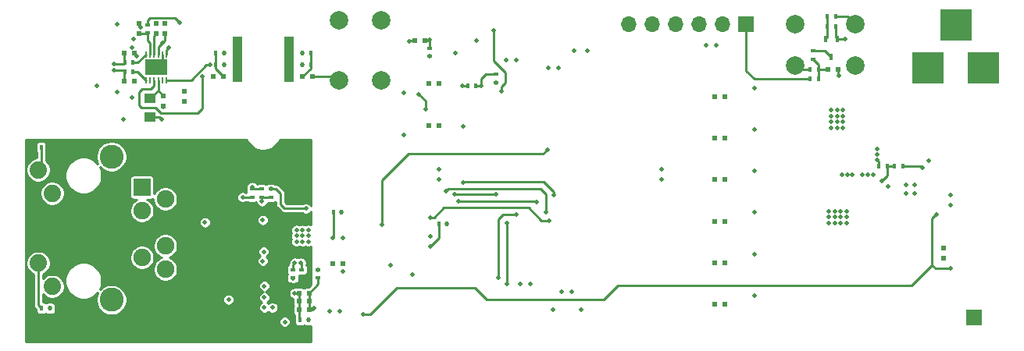
<source format=gbr>
G04 #@! TF.GenerationSoftware,KiCad,Pcbnew,(5.1.4)-1*
G04 #@! TF.CreationDate,2020-04-10T13:24:09-05:00*
G04 #@! TF.ProjectId,PIC32MZ_ETH_Demo,50494333-324d-45a5-9f45-54485f44656d,rev?*
G04 #@! TF.SameCoordinates,Original*
G04 #@! TF.FileFunction,Copper,L4,Bot*
G04 #@! TF.FilePolarity,Positive*
%FSLAX46Y46*%
G04 Gerber Fmt 4.6, Leading zero omitted, Abs format (unit mm)*
G04 Created by KiCad (PCBNEW (5.1.4)-1) date 2020-04-10 13:24:09*
%MOMM*%
%LPD*%
G04 APERTURE LIST*
%ADD10R,1.000000X5.000000*%
%ADD11R,0.600000X0.500000*%
%ADD12R,0.500000X0.600000*%
%ADD13R,1.250000X1.000000*%
%ADD14R,3.500000X3.500000*%
%ADD15O,1.700000X1.700000*%
%ADD16R,1.700000X1.700000*%
%ADD17R,1.900000X1.900000*%
%ADD18C,1.900000*%
%ADD19C,1.890000*%
%ADD20C,2.600000*%
%ADD21R,0.400000X0.600000*%
%ADD22R,0.450000X0.700000*%
%ADD23R,0.600000X0.400000*%
%ADD24C,2.000000*%
%ADD25R,0.250000X0.700000*%
%ADD26R,1.190000X0.830000*%
%ADD27C,0.508000*%
%ADD28C,0.254000*%
%ADD29C,0.635000*%
G04 APERTURE END LIST*
D10*
X123704000Y-53022500D03*
X118104000Y-53022500D03*
D11*
X182139500Y-54102000D03*
X183239500Y-54102000D03*
X125899000Y-80200500D03*
X124799000Y-80200500D03*
X125899000Y-79311500D03*
X124799000Y-79311500D03*
X124799000Y-78422500D03*
X125899000Y-78422500D03*
X129518500Y-75184000D03*
X128418500Y-75184000D03*
X139996000Y-60198000D03*
X138896000Y-60198000D03*
X137308500Y-50990500D03*
X138408500Y-50990500D03*
X138896000Y-55689500D03*
X139996000Y-55689500D03*
X126280000Y-54927500D03*
X125180000Y-54927500D03*
X116628000Y-54927500D03*
X115528000Y-54927500D03*
D12*
X107442000Y-49170500D03*
X107442000Y-50270500D03*
X110236000Y-50270500D03*
X110236000Y-49170500D03*
X110109000Y-56981000D03*
X110109000Y-58081000D03*
D13*
X108648500Y-57293000D03*
X108648500Y-59293000D03*
D12*
X109347000Y-49170500D03*
X109347000Y-50270500D03*
D11*
X106912500Y-55435500D03*
X105812500Y-55435500D03*
X106912500Y-52387500D03*
X105812500Y-52387500D03*
D12*
X194691000Y-73491000D03*
X194691000Y-74591000D03*
X112395000Y-56536500D03*
X112395000Y-57636500D03*
D11*
X169884000Y-57086500D03*
X170984000Y-57086500D03*
X169884000Y-61595000D03*
X170984000Y-61595000D03*
X169884000Y-66103500D03*
X170984000Y-66103500D03*
X169884000Y-70612000D03*
X170984000Y-70612000D03*
X169884000Y-75120500D03*
X170984000Y-75120500D03*
X169884000Y-79629000D03*
X170984000Y-79629000D03*
D14*
X192976500Y-53975000D03*
X198976500Y-53975000D03*
X195976500Y-49275000D03*
D15*
X160575001Y-49212500D03*
X163115001Y-49212500D03*
X165655001Y-49212500D03*
X168195001Y-49212500D03*
X170735001Y-49212500D03*
D16*
X173275001Y-49212500D03*
D17*
X107759500Y-66929000D03*
D18*
X110299500Y-68199000D03*
X107759500Y-69469000D03*
X110299500Y-70739000D03*
X107759500Y-72009000D03*
X110299500Y-73279000D03*
X107759500Y-74549000D03*
X110299500Y-75819000D03*
D19*
X98039500Y-77699000D03*
X96519500Y-75159000D03*
X98039500Y-67589000D03*
X96519500Y-65049000D03*
D20*
X104469500Y-63599000D03*
X104469500Y-79149000D03*
D21*
X125799000Y-81343500D03*
X124899000Y-81343500D03*
D22*
X181849000Y-50816000D03*
X183149000Y-50816000D03*
X182499000Y-52816000D03*
D21*
X190251500Y-64643000D03*
X189351500Y-64643000D03*
X187637000Y-64643000D03*
X188537000Y-64643000D03*
X182049000Y-48387000D03*
X182949000Y-48387000D03*
X182049000Y-49466500D03*
X182949000Y-49466500D03*
D23*
X180530500Y-52128000D03*
X180530500Y-53028000D03*
D21*
X180207500Y-54102000D03*
X181107500Y-54102000D03*
X181107500Y-55181500D03*
X180207500Y-55181500D03*
X143060000Y-55943500D03*
X143960000Y-55943500D03*
D23*
X146177000Y-55568000D03*
X146177000Y-54668000D03*
D21*
X140848500Y-70929500D03*
X139948500Y-70929500D03*
D23*
X119697500Y-68014000D03*
X119697500Y-67114000D03*
X120713500Y-67114000D03*
X120713500Y-68014000D03*
X121729500Y-67114000D03*
X121729500Y-68014000D03*
X126873000Y-75877000D03*
X126873000Y-76777000D03*
D21*
X129418500Y-69659500D03*
X128518500Y-69659500D03*
D23*
X125095000Y-76777000D03*
X125095000Y-75877000D03*
X124142500Y-76777000D03*
X124142500Y-75877000D03*
D21*
X96832000Y-62611000D03*
X97732000Y-62611000D03*
X97795500Y-80073500D03*
X96895500Y-80073500D03*
D23*
X138938000Y-51810500D03*
X138938000Y-52710500D03*
D21*
X125153000Y-53657500D03*
X126053000Y-53657500D03*
X126053000Y-52387500D03*
X125153000Y-52387500D03*
X116655000Y-52387500D03*
X115755000Y-52387500D03*
X115755000Y-53657500D03*
X116655000Y-53657500D03*
D23*
X108394500Y-49270500D03*
X108394500Y-50170500D03*
D21*
X105912500Y-54419500D03*
X106812500Y-54419500D03*
X105912500Y-53403500D03*
X106812500Y-53403500D03*
D24*
X185102500Y-49221000D03*
X185102500Y-53721000D03*
X178602500Y-49221000D03*
X178602500Y-53721000D03*
X129159000Y-48808500D03*
X133659000Y-48808500D03*
X129159000Y-55308500D03*
X133659000Y-55308500D03*
D16*
X197993000Y-81026000D03*
D25*
X108187500Y-52508500D03*
X108637500Y-52508500D03*
X109087500Y-52508500D03*
X109537500Y-52508500D03*
X109987500Y-52508500D03*
X110437500Y-52508500D03*
X110437500Y-55308500D03*
X109987500Y-55308500D03*
X109537500Y-55308500D03*
X109087500Y-55308500D03*
X108637500Y-55308500D03*
X108187500Y-55308500D03*
D26*
X109907500Y-54323500D03*
X108717500Y-54323500D03*
X109907500Y-53493500D03*
X108717500Y-53493500D03*
D27*
X182499000Y-58547000D03*
X187452000Y-63944500D03*
X187452000Y-62801500D03*
X187452000Y-63373000D03*
X187007500Y-65532000D03*
X185864500Y-65532000D03*
X186436000Y-65532000D03*
X184785000Y-65532000D03*
X184213500Y-65532000D03*
X183642000Y-65532000D03*
X192405000Y-64770000D03*
X124523500Y-71564500D03*
X169884000Y-79629000D03*
X169884000Y-75120500D03*
X169884000Y-70612000D03*
X169884000Y-66103500D03*
X169884000Y-61595000D03*
X169884000Y-57086500D03*
X139065000Y-73321000D03*
X139954000Y-66082000D03*
X148378000Y-53086000D03*
X152886500Y-53975000D03*
X154622500Y-52064500D03*
X164084000Y-66082000D03*
X153247000Y-78295500D03*
X149838500Y-77406500D03*
X137075000Y-76390500D03*
X139996000Y-55689500D03*
X139996000Y-60198000D03*
X144060000Y-50990500D03*
X194691000Y-73491000D03*
X126399000Y-80073000D03*
X123248000Y-81534000D03*
X144560000Y-55943000D03*
X136758500Y-51109500D03*
X136138500Y-56642000D03*
X136138500Y-61214000D03*
X174186000Y-56134000D03*
X174186000Y-65151000D03*
X174186000Y-69659500D03*
X174186000Y-74168000D03*
X174186000Y-78676500D03*
X120862000Y-70485000D03*
X120862000Y-74930000D03*
X120962000Y-73914000D03*
X129518500Y-76073000D03*
X129518500Y-75184000D03*
X129201000Y-80391000D03*
X123604000Y-51117500D03*
X97795500Y-80073500D03*
X129518500Y-72453500D03*
X125158500Y-71564500D03*
X125793500Y-71564500D03*
X124523500Y-72199500D03*
X125158500Y-72199500D03*
X125793500Y-72199500D03*
X124523500Y-72834500D03*
X125158500Y-72834500D03*
X125793500Y-72834500D03*
X114596000Y-70739000D03*
X124142500Y-76796900D03*
X121031000Y-79988500D03*
X121920000Y-79988500D03*
X117147000Y-79121000D03*
X142621000Y-60325000D03*
X193018500Y-64008000D03*
X190621500Y-66669500D03*
X191521500Y-66669500D03*
X191521500Y-67569500D03*
X190621500Y-67569500D03*
X168931500Y-51498500D03*
X183134000Y-58547000D03*
X183769000Y-58547000D03*
X182499000Y-59182000D03*
X183134000Y-59182000D03*
X183769000Y-59182000D03*
X182499000Y-59817000D03*
X183134000Y-59817000D03*
X183769000Y-59817000D03*
X182499000Y-60452000D03*
X183134000Y-60452000D03*
X183769000Y-60452000D03*
X183959500Y-50863500D03*
X183324500Y-54800500D03*
X152360500Y-80200500D03*
X182245000Y-70802500D03*
X183515000Y-70167500D03*
X183515000Y-69532500D03*
X184150000Y-70802500D03*
X184150000Y-70167500D03*
X184150000Y-69532500D03*
X183515000Y-70802500D03*
X182880000Y-70167500D03*
X182880000Y-69532500D03*
X182245000Y-70167500D03*
X182245000Y-69532500D03*
X182880000Y-70802500D03*
X170984000Y-79629000D03*
X170984000Y-75120500D03*
X170984000Y-70612000D03*
X170984000Y-66103500D03*
X170984000Y-61595000D03*
X170984000Y-57086500D03*
X188658500Y-66802000D03*
X139065000Y-72221000D03*
X139954000Y-64982000D03*
X147278000Y-53086000D03*
X151786500Y-53975000D03*
X156019500Y-52064500D03*
X164084000Y-64982000D03*
X154347000Y-78295500D03*
X148738500Y-77406500D03*
X134747000Y-75369000D03*
X138896000Y-55689500D03*
X138896000Y-60198000D03*
X141732000Y-52329500D03*
X194691000Y-74591000D03*
X125799000Y-81343500D03*
X138958500Y-50929500D03*
X174186000Y-60642500D03*
X120777000Y-68453000D03*
X128101000Y-80391000D03*
X125180000Y-54927500D03*
X128418500Y-72453500D03*
X121031000Y-78888500D03*
X121025500Y-77640999D03*
X170031500Y-51498500D03*
X195453000Y-68834000D03*
X195453000Y-67754500D03*
X155360500Y-80200500D03*
X124299000Y-78423000D03*
X128418500Y-75184000D03*
X121962000Y-70485000D03*
X121962000Y-74930000D03*
X115818500Y-72517000D03*
X115818500Y-74422000D03*
X115818500Y-70739000D03*
X115818500Y-68834000D03*
X113496000Y-70739000D03*
X125095000Y-76777000D03*
X121925500Y-77640999D03*
X121920000Y-78888500D03*
X106723000Y-57213500D03*
X107172459Y-52729902D03*
X106912500Y-55435500D03*
X108717500Y-53493500D03*
X109907500Y-53493500D03*
X109907500Y-54323500D03*
X108717500Y-54323500D03*
X112395000Y-57636500D03*
X109347000Y-49170500D03*
X110236000Y-49170500D03*
X107632500Y-49564098D03*
X110107434Y-58195364D03*
X109924000Y-59563000D03*
X102876000Y-55892500D03*
X105092500Y-56573000D03*
X115528000Y-54927500D03*
X105092500Y-49234000D03*
X118204000Y-51117500D03*
X112395000Y-56536500D03*
X106682500Y-51731098D03*
X109982000Y-51223000D03*
X106871235Y-50820044D03*
X111823500Y-49016500D03*
X108648500Y-57293000D03*
X105722000Y-59563000D03*
X116628000Y-54927500D03*
X104749902Y-54210000D03*
X104749902Y-53575000D03*
X110680500Y-51752500D03*
X124333000Y-75120500D03*
X124993403Y-75120500D03*
X125546319Y-69245812D03*
X121729500Y-67114000D03*
X119713500Y-66914000D03*
X195389500Y-75755500D03*
X193929000Y-69913500D03*
X131762500Y-80708500D03*
X187960000Y-66230500D03*
X142460000Y-55943000D03*
X146177000Y-55568000D03*
X140848500Y-70929500D03*
X118681500Y-68008500D03*
X126873000Y-75877000D03*
X129418500Y-69659500D03*
X151574500Y-69659500D03*
X140716000Y-67373500D03*
X152400000Y-67754500D03*
X142557500Y-66421000D03*
X146113500Y-67691000D03*
X141682598Y-67646054D03*
X146431000Y-76708000D03*
X148336000Y-69913500D03*
X147320000Y-77406500D03*
X147320000Y-70802500D03*
X133794500Y-70993000D03*
X151701500Y-62865000D03*
X139065000Y-70231000D03*
X151892000Y-70548500D03*
X142113000Y-68453000D03*
X150558500Y-68516500D03*
X138493500Y-58420000D03*
X137795000Y-56832500D03*
X138938000Y-52710500D03*
X125153000Y-53657500D03*
X125153000Y-52387500D03*
X146748500Y-56515000D03*
X145923000Y-49911000D03*
X116655000Y-52387500D03*
X114300000Y-54927500D03*
X116655000Y-53657500D03*
X115125500Y-53657500D03*
D28*
X190251500Y-64643000D02*
X192278000Y-64643000D01*
X192278000Y-64643000D02*
X192405000Y-64770000D01*
X139948500Y-70929500D02*
X139948500Y-72437500D01*
X139948500Y-72437500D02*
X139065000Y-73321000D01*
X125899000Y-80200500D02*
X125899000Y-78422500D01*
X125899000Y-80200500D02*
X126271500Y-80200500D01*
X126271500Y-80200500D02*
X126399000Y-80073000D01*
X144559500Y-55943500D02*
X144560000Y-55943000D01*
X143960000Y-55943500D02*
X144559500Y-55943500D01*
X144560000Y-55139000D02*
X144560000Y-55943000D01*
X145031000Y-54668000D02*
X144560000Y-55139000D01*
X146177000Y-54668000D02*
X145031000Y-54668000D01*
X136877500Y-50990500D02*
X136758500Y-51109500D01*
X137308500Y-50990500D02*
X136877500Y-50990500D01*
X126873000Y-77448500D02*
X125899000Y-78422500D01*
X126873000Y-76777000D02*
X126873000Y-77448500D01*
X124142500Y-76777000D02*
X124142500Y-76796900D01*
X128778000Y-54927500D02*
X129159000Y-55308500D01*
X126280000Y-54927500D02*
X128778000Y-54927500D01*
X187637000Y-64129500D02*
X187452000Y-63944500D01*
X187637000Y-64643000D02*
X187637000Y-64129500D01*
X182949000Y-50616000D02*
X183149000Y-50816000D01*
X182949000Y-49466500D02*
X182949000Y-50616000D01*
X183149000Y-50816000D02*
X183912000Y-50816000D01*
X183912000Y-50816000D02*
X183959500Y-50863500D01*
X183239500Y-54102000D02*
X183239500Y-54715500D01*
X183239500Y-54715500D02*
X183324500Y-54800500D01*
X178983500Y-54102000D02*
X178602500Y-53721000D01*
X180207500Y-54102000D02*
X178983500Y-54102000D01*
X138897500Y-50990500D02*
X138958500Y-50929500D01*
X138408500Y-50990500D02*
X138897500Y-50990500D01*
X138938000Y-50950000D02*
X138958500Y-50929500D01*
X138938000Y-51810500D02*
X138938000Y-50950000D01*
X120713500Y-68014000D02*
X121729500Y-68014000D01*
X120713500Y-68014000D02*
X120713500Y-68389500D01*
X120713500Y-68389500D02*
X120777000Y-68453000D01*
X126053000Y-53657500D02*
X126053000Y-52387500D01*
X126053000Y-54054500D02*
X125180000Y-54927500D01*
X126053000Y-53657500D02*
X126053000Y-54054500D01*
X128518500Y-72353500D02*
X128418500Y-72453500D01*
X128518500Y-69659500D02*
X128518500Y-72353500D01*
X181107500Y-53605000D02*
X180530500Y-53028000D01*
X181107500Y-54102000D02*
X181107500Y-53605000D01*
X182139500Y-54102000D02*
X181107500Y-54102000D01*
X181107500Y-54102000D02*
X181107500Y-55181500D01*
X124799000Y-78422500D02*
X124799000Y-80200500D01*
X124799000Y-78422500D02*
X124299500Y-78422500D01*
X124299500Y-78422500D02*
X124299000Y-78423000D01*
X124799000Y-81243500D02*
X124899000Y-81343500D01*
X124799000Y-80200500D02*
X124799000Y-81243500D01*
D29*
X109029500Y-72009000D02*
X110299500Y-70739000D01*
X107759500Y-72009000D02*
X109029500Y-72009000D01*
D28*
X106912500Y-52387500D02*
X106912500Y-52469943D01*
X106912500Y-52469943D02*
X107172459Y-52729902D01*
X109987500Y-53413500D02*
X109907500Y-53493500D01*
X109987500Y-52508500D02*
X109987500Y-53413500D01*
X107442000Y-49170500D02*
X107442000Y-49373598D01*
X107442000Y-49373598D02*
X107632500Y-49564098D01*
X108648500Y-59293000D02*
X109654000Y-59293000D01*
X109654000Y-59293000D02*
X109924000Y-59563000D01*
X109537500Y-51667500D02*
X109982000Y-51223000D01*
X109537500Y-52508500D02*
X109537500Y-51667500D01*
X110236000Y-50969000D02*
X109982000Y-51223000D01*
X110236000Y-50270500D02*
X110236000Y-50969000D01*
X108394500Y-48816500D02*
X108633500Y-48577500D01*
X108394500Y-49270500D02*
X108394500Y-48816500D01*
X108633500Y-48577500D02*
X111379000Y-48577500D01*
X111379000Y-48577500D02*
X111818000Y-49016500D01*
X111818000Y-49016500D02*
X111823500Y-49016500D01*
X109537500Y-56404000D02*
X108648500Y-57293000D01*
X109537500Y-55308500D02*
X109537500Y-56404000D01*
X109537500Y-56409500D02*
X110109000Y-56981000D01*
X109537500Y-55308500D02*
X109537500Y-56409500D01*
X115755000Y-53657500D02*
X115755000Y-52387500D01*
X115755000Y-54054500D02*
X116628000Y-54927500D01*
X115755000Y-53657500D02*
X115755000Y-54054500D01*
X108294500Y-50270500D02*
X108394500Y-50170500D01*
X107442000Y-50270500D02*
X108294500Y-50270500D01*
X108637500Y-52508500D02*
X108637500Y-51233500D01*
X108394500Y-50990500D02*
X108394500Y-50170500D01*
X108637500Y-51233500D02*
X108394500Y-50990500D01*
X109087500Y-50530000D02*
X109347000Y-50270500D01*
X109087500Y-52508500D02*
X109087500Y-50530000D01*
X105703000Y-54210000D02*
X105912500Y-54419500D01*
X104749902Y-54210000D02*
X105703000Y-54210000D01*
X105812500Y-54519500D02*
X105912500Y-54419500D01*
X105812500Y-55435500D02*
X105812500Y-54519500D01*
X105741000Y-53575000D02*
X105912500Y-53403500D01*
X104749902Y-53575000D02*
X105741000Y-53575000D01*
X105812500Y-53303500D02*
X105912500Y-53403500D01*
X105812500Y-52387500D02*
X105812500Y-53303500D01*
X110437500Y-51995500D02*
X110680500Y-51752500D01*
X110437500Y-52508500D02*
X110437500Y-51995500D01*
X180207500Y-55181500D02*
X174180500Y-55181500D01*
X173275001Y-54276001D02*
X173275001Y-49212500D01*
X174180500Y-55181500D02*
X173275001Y-54276001D01*
X124142500Y-75877000D02*
X124142500Y-75311000D01*
X124142500Y-75311000D02*
X124333000Y-75120500D01*
X96519500Y-79697500D02*
X96895500Y-80073500D01*
X96519500Y-75159000D02*
X96519500Y-79697500D01*
X125095000Y-75877000D02*
X125095000Y-75222097D01*
X125095000Y-75222097D02*
X124993403Y-75120500D01*
X96832000Y-64736500D02*
X96519500Y-65049000D01*
X96832000Y-62611000D02*
X96832000Y-64736500D01*
X182049000Y-50616000D02*
X181849000Y-50816000D01*
X182049000Y-49466500D02*
X182049000Y-50616000D01*
X182049000Y-48387000D02*
X182049000Y-49466500D01*
X181811000Y-52128000D02*
X182499000Y-52816000D01*
X180530500Y-52128000D02*
X181811000Y-52128000D01*
X125546319Y-69245812D02*
X123220812Y-69245812D01*
X123220812Y-69245812D02*
X122745500Y-68770500D01*
X122745500Y-68770500D02*
X122745500Y-67564000D01*
X122295500Y-67114000D02*
X121729500Y-67114000D01*
X122745500Y-67564000D02*
X122295500Y-67114000D01*
X120713500Y-67114000D02*
X119697500Y-67114000D01*
X119697500Y-67114000D02*
X119697500Y-66930000D01*
X119697500Y-66930000D02*
X119713500Y-66914000D01*
X195389500Y-75755500D02*
X193802000Y-75755500D01*
X193802000Y-75755500D02*
X193421000Y-75374500D01*
X193421000Y-75374500D02*
X193421000Y-70294500D01*
X193421000Y-70294500D02*
X193802000Y-69913500D01*
X193802000Y-69913500D02*
X193929000Y-69913500D01*
X131762500Y-80708500D02*
X132524500Y-80708500D01*
X132524500Y-80708500D02*
X135382000Y-77851000D01*
X135382000Y-77851000D02*
X143891000Y-77851000D01*
X143891000Y-77851000D02*
X145161000Y-79121000D01*
X145161000Y-79121000D02*
X157797500Y-79121000D01*
X157797500Y-79121000D02*
X159321500Y-77597000D01*
X191198500Y-77597000D02*
X193421000Y-75374500D01*
X159321500Y-77597000D02*
X191198500Y-77597000D01*
X188537000Y-64643000D02*
X189351500Y-64643000D01*
X188537000Y-64643000D02*
X188537000Y-65653500D01*
X188537000Y-65653500D02*
X187960000Y-66230500D01*
X184268500Y-48387000D02*
X185102500Y-49221000D01*
X182949000Y-48387000D02*
X184268500Y-48387000D01*
X143060000Y-55943500D02*
X142460500Y-55943500D01*
X142460500Y-55943500D02*
X142460000Y-55943000D01*
X119692000Y-68008500D02*
X119697500Y-68014000D01*
X118681500Y-68008500D02*
X119692000Y-68008500D01*
X141033499Y-67056001D02*
X140969999Y-67119501D01*
X151574500Y-69659500D02*
X151574500Y-67691000D01*
X151574500Y-67691000D02*
X150939501Y-67056001D01*
X150939501Y-67056001D02*
X141033499Y-67056001D01*
X140969999Y-67119501D02*
X140716000Y-67373500D01*
X152400000Y-67395290D02*
X151298710Y-66294000D01*
X152400000Y-67754500D02*
X152400000Y-67395290D01*
X151298710Y-66294000D02*
X142684500Y-66294000D01*
X142684500Y-66294000D02*
X142557500Y-66421000D01*
X146113500Y-67691000D02*
X141727544Y-67691000D01*
X141727544Y-67691000D02*
X141682598Y-67646054D01*
X146939000Y-69913500D02*
X147976790Y-69913500D01*
X147976790Y-69913500D02*
X148336000Y-69913500D01*
X146431000Y-70421500D02*
X146939000Y-69913500D01*
X146431000Y-76708000D02*
X146431000Y-70421500D01*
X147320000Y-77406500D02*
X147320000Y-70802500D01*
X133794500Y-70993000D02*
X133794500Y-68897500D01*
X133794500Y-68897500D02*
X133794500Y-66167000D01*
X133794500Y-66167000D02*
X136652000Y-63309500D01*
X136652000Y-63309500D02*
X151257000Y-63309500D01*
X151257000Y-63309500D02*
X151701500Y-62865000D01*
X139424210Y-70231000D02*
X140503710Y-69151500D01*
X139065000Y-70231000D02*
X139424210Y-70231000D01*
X140503710Y-69151500D02*
X149669500Y-69151500D01*
X149669500Y-69151500D02*
X151066500Y-70548500D01*
X151066500Y-70548500D02*
X151892000Y-70548500D01*
X142113000Y-68453000D02*
X150495000Y-68453000D01*
X150495000Y-68453000D02*
X150558500Y-68516500D01*
X138493500Y-58420000D02*
X138493500Y-57531000D01*
X138493500Y-57531000D02*
X137795000Y-56832500D01*
X145923000Y-53213000D02*
X147193000Y-54483000D01*
X147193000Y-54483000D02*
X147193000Y-55554922D01*
X147193000Y-55554922D02*
X146748500Y-55999422D01*
X145923000Y-49911000D02*
X145923000Y-53213000D01*
X146748500Y-55999422D02*
X146748500Y-56515000D01*
X109087500Y-55912500D02*
X108739000Y-56261000D01*
X109087500Y-55308500D02*
X109087500Y-55912500D01*
X108739000Y-56261000D02*
X107950000Y-56261000D01*
X107950000Y-56261000D02*
X107759500Y-56261000D01*
X107759500Y-56261000D02*
X107442000Y-56578500D01*
X107442000Y-56578500D02*
X107442000Y-58039000D01*
X107442000Y-58039000D02*
X107696000Y-58293000D01*
X109268078Y-58293000D02*
X109839578Y-58864500D01*
X107696000Y-58293000D02*
X109268078Y-58293000D01*
X109839578Y-58864500D02*
X113792000Y-58864500D01*
X113792000Y-58864500D02*
X114300000Y-58356500D01*
X114300000Y-58356500D02*
X114300000Y-54927500D01*
X110437500Y-55308500D02*
X113115290Y-55308500D01*
X113115290Y-55308500D02*
X114766290Y-53657500D01*
X114766290Y-53657500D02*
X115125500Y-53657500D01*
X107298500Y-54419500D02*
X108187500Y-55308500D01*
X106812500Y-54419500D02*
X107298500Y-54419500D01*
X107292500Y-53403500D02*
X108187500Y-52508500D01*
X106812500Y-53403500D02*
X107292500Y-53403500D01*
G36*
X119237080Y-61977987D02*
G01*
X119442932Y-62286067D01*
X119704933Y-62548068D01*
X120013013Y-62753920D01*
X120355333Y-62895714D01*
X120718738Y-62968000D01*
X121089262Y-62968000D01*
X121452667Y-62895714D01*
X121794987Y-62753920D01*
X122103067Y-62548068D01*
X122365068Y-62286067D01*
X122570920Y-61977987D01*
X122676954Y-61722000D01*
X125971490Y-61722000D01*
X126031649Y-61733967D01*
X126072043Y-61760957D01*
X126099033Y-61801351D01*
X126111000Y-61861510D01*
X126111000Y-68949739D01*
X126109048Y-68945027D01*
X126039555Y-68841023D01*
X125951108Y-68752576D01*
X125847104Y-68683083D01*
X125731542Y-68635215D01*
X125608861Y-68610812D01*
X125483777Y-68610812D01*
X125361096Y-68635215D01*
X125245534Y-68683083D01*
X125163626Y-68737812D01*
X123431232Y-68737812D01*
X123253500Y-68560080D01*
X123253500Y-67588943D01*
X123255957Y-67563999D01*
X123253500Y-67539053D01*
X123246149Y-67464415D01*
X123217101Y-67368657D01*
X123184064Y-67306850D01*
X123169929Y-67280404D01*
X123122350Y-67222429D01*
X123106448Y-67203052D01*
X123087070Y-67187149D01*
X122672355Y-66772434D01*
X122656448Y-66753052D01*
X122579095Y-66689571D01*
X122490843Y-66642399D01*
X122395085Y-66613351D01*
X122320447Y-66606000D01*
X122320444Y-66606000D01*
X122295500Y-66603543D01*
X122270556Y-66606000D01*
X122254774Y-66606000D01*
X122242196Y-66595678D01*
X122176008Y-66560299D01*
X122104189Y-66538513D01*
X122029500Y-66531157D01*
X121981726Y-66531157D01*
X121914723Y-66503403D01*
X121792042Y-66479000D01*
X121666958Y-66479000D01*
X121544277Y-66503403D01*
X121477274Y-66531157D01*
X121429500Y-66531157D01*
X121354811Y-66538513D01*
X121282992Y-66560299D01*
X121221500Y-66593168D01*
X121160008Y-66560299D01*
X121088189Y-66538513D01*
X121013500Y-66531157D01*
X120413500Y-66531157D01*
X120338811Y-66538513D01*
X120266992Y-66560299D01*
X120247746Y-66570587D01*
X120206736Y-66509211D01*
X120118289Y-66420764D01*
X120014285Y-66351271D01*
X119898723Y-66303403D01*
X119776042Y-66279000D01*
X119650958Y-66279000D01*
X119528277Y-66303403D01*
X119412715Y-66351271D01*
X119308711Y-66420764D01*
X119220264Y-66509211D01*
X119150771Y-66613215D01*
X119144249Y-66628960D01*
X119126789Y-66643289D01*
X119079178Y-66701304D01*
X119043799Y-66767492D01*
X119022013Y-66839311D01*
X119014657Y-66914000D01*
X119014657Y-67314000D01*
X119022013Y-67388689D01*
X119043799Y-67460508D01*
X119065176Y-67500500D01*
X119064193Y-67500500D01*
X118982285Y-67445771D01*
X118866723Y-67397903D01*
X118744042Y-67373500D01*
X118618958Y-67373500D01*
X118496277Y-67397903D01*
X118380715Y-67445771D01*
X118276711Y-67515264D01*
X118188264Y-67603711D01*
X118118771Y-67707715D01*
X118070903Y-67823277D01*
X118046500Y-67945958D01*
X118046500Y-68071042D01*
X118070903Y-68193723D01*
X118118771Y-68309285D01*
X118188264Y-68413289D01*
X118276711Y-68501736D01*
X118380715Y-68571229D01*
X118496277Y-68619097D01*
X118618958Y-68643500D01*
X118744042Y-68643500D01*
X118866723Y-68619097D01*
X118982285Y-68571229D01*
X119064193Y-68516500D01*
X119165525Y-68516500D01*
X119184804Y-68532322D01*
X119250992Y-68567701D01*
X119322811Y-68589487D01*
X119397500Y-68596843D01*
X119997500Y-68596843D01*
X120072189Y-68589487D01*
X120144008Y-68567701D01*
X120151571Y-68563658D01*
X120166403Y-68638223D01*
X120214271Y-68753785D01*
X120283764Y-68857789D01*
X120372211Y-68946236D01*
X120476215Y-69015729D01*
X120591777Y-69063597D01*
X120714458Y-69088000D01*
X120839542Y-69088000D01*
X120962223Y-69063597D01*
X121077785Y-69015729D01*
X121181789Y-68946236D01*
X121270236Y-68857789D01*
X121339729Y-68753785D01*
X121387597Y-68638223D01*
X121396475Y-68593590D01*
X121429500Y-68596843D01*
X122029500Y-68596843D01*
X122104189Y-68589487D01*
X122176008Y-68567701D01*
X122237500Y-68534832D01*
X122237500Y-68745555D01*
X122235043Y-68770500D01*
X122237500Y-68795444D01*
X122237500Y-68795446D01*
X122244851Y-68870084D01*
X122273899Y-68965842D01*
X122321071Y-69054095D01*
X122384552Y-69131448D01*
X122403935Y-69147355D01*
X122843957Y-69587377D01*
X122859864Y-69606760D01*
X122937217Y-69670241D01*
X123025469Y-69717413D01*
X123121227Y-69746461D01*
X123195865Y-69753812D01*
X123195868Y-69753812D01*
X123220812Y-69756269D01*
X123245756Y-69753812D01*
X125163626Y-69753812D01*
X125245534Y-69808541D01*
X125361096Y-69856409D01*
X125483777Y-69880812D01*
X125608861Y-69880812D01*
X125731542Y-69856409D01*
X125847104Y-69808541D01*
X125951108Y-69739048D01*
X126039555Y-69650601D01*
X126109048Y-69546597D01*
X126111000Y-69541885D01*
X126111000Y-71012940D01*
X126094285Y-71001771D01*
X125978723Y-70953903D01*
X125856042Y-70929500D01*
X125730958Y-70929500D01*
X125608277Y-70953903D01*
X125492715Y-71001771D01*
X125476000Y-71012940D01*
X125459285Y-71001771D01*
X125343723Y-70953903D01*
X125221042Y-70929500D01*
X125095958Y-70929500D01*
X124973277Y-70953903D01*
X124857715Y-71001771D01*
X124841000Y-71012940D01*
X124824285Y-71001771D01*
X124708723Y-70953903D01*
X124586042Y-70929500D01*
X124460958Y-70929500D01*
X124338277Y-70953903D01*
X124222715Y-71001771D01*
X124118711Y-71071264D01*
X124030264Y-71159711D01*
X123960771Y-71263715D01*
X123912903Y-71379277D01*
X123888500Y-71501958D01*
X123888500Y-71627042D01*
X123912903Y-71749723D01*
X123960771Y-71865285D01*
X123971940Y-71882000D01*
X123960771Y-71898715D01*
X123912903Y-72014277D01*
X123888500Y-72136958D01*
X123888500Y-72262042D01*
X123912903Y-72384723D01*
X123960771Y-72500285D01*
X123971940Y-72517000D01*
X123960771Y-72533715D01*
X123912903Y-72649277D01*
X123888500Y-72771958D01*
X123888500Y-72897042D01*
X123912903Y-73019723D01*
X123960771Y-73135285D01*
X124030264Y-73239289D01*
X124118711Y-73327736D01*
X124222715Y-73397229D01*
X124338277Y-73445097D01*
X124460958Y-73469500D01*
X124586042Y-73469500D01*
X124708723Y-73445097D01*
X124824285Y-73397229D01*
X124841000Y-73386060D01*
X124857715Y-73397229D01*
X124973277Y-73445097D01*
X125095958Y-73469500D01*
X125221042Y-73469500D01*
X125343723Y-73445097D01*
X125459285Y-73397229D01*
X125476000Y-73386060D01*
X125492715Y-73397229D01*
X125608277Y-73445097D01*
X125730958Y-73469500D01*
X125856042Y-73469500D01*
X125978723Y-73445097D01*
X126094285Y-73397229D01*
X126111000Y-73386060D01*
X126111000Y-77492079D01*
X125813423Y-77789657D01*
X125599000Y-77789657D01*
X125524311Y-77797013D01*
X125452492Y-77818799D01*
X125386304Y-77854178D01*
X125349000Y-77884792D01*
X125311696Y-77854178D01*
X125245508Y-77818799D01*
X125173689Y-77797013D01*
X125099000Y-77789657D01*
X124499000Y-77789657D01*
X124424311Y-77797013D01*
X124417397Y-77799110D01*
X124361542Y-77788000D01*
X124236458Y-77788000D01*
X124113777Y-77812403D01*
X123998215Y-77860271D01*
X123894211Y-77929764D01*
X123805764Y-78018211D01*
X123736271Y-78122215D01*
X123688403Y-78237777D01*
X123664000Y-78360458D01*
X123664000Y-78485542D01*
X123688403Y-78608223D01*
X123736271Y-78723785D01*
X123805764Y-78827789D01*
X123894211Y-78916236D01*
X123998215Y-78985729D01*
X124113777Y-79033597D01*
X124118807Y-79034597D01*
X124116157Y-79061500D01*
X124116157Y-79561500D01*
X124123513Y-79636189D01*
X124145299Y-79708008D01*
X124170952Y-79756000D01*
X124145299Y-79803992D01*
X124123513Y-79875811D01*
X124116157Y-79950500D01*
X124116157Y-80450500D01*
X124123513Y-80525189D01*
X124145299Y-80597008D01*
X124180678Y-80663196D01*
X124228289Y-80721211D01*
X124286304Y-80768822D01*
X124291001Y-80771332D01*
X124291001Y-81218546D01*
X124288543Y-81243500D01*
X124298352Y-81343084D01*
X124316157Y-81401780D01*
X124316157Y-81643500D01*
X124323513Y-81718189D01*
X124345299Y-81790008D01*
X124380678Y-81856196D01*
X124428289Y-81914211D01*
X124486304Y-81961822D01*
X124552492Y-81997201D01*
X124624311Y-82018987D01*
X124699000Y-82026343D01*
X125099000Y-82026343D01*
X125173689Y-82018987D01*
X125245508Y-81997201D01*
X125311696Y-81961822D01*
X125349000Y-81931208D01*
X125386304Y-81961822D01*
X125452492Y-81997201D01*
X125524311Y-82018987D01*
X125599000Y-82026343D01*
X125999000Y-82026343D01*
X126073689Y-82018987D01*
X126111000Y-82007669D01*
X126111000Y-83668000D01*
X95148000Y-83668000D01*
X95148000Y-81471458D01*
X122613000Y-81471458D01*
X122613000Y-81596542D01*
X122637403Y-81719223D01*
X122685271Y-81834785D01*
X122754764Y-81938789D01*
X122843211Y-82027236D01*
X122947215Y-82096729D01*
X123062777Y-82144597D01*
X123185458Y-82169000D01*
X123310542Y-82169000D01*
X123433223Y-82144597D01*
X123548785Y-82096729D01*
X123652789Y-82027236D01*
X123741236Y-81938789D01*
X123810729Y-81834785D01*
X123858597Y-81719223D01*
X123883000Y-81596542D01*
X123883000Y-81471458D01*
X123858597Y-81348777D01*
X123810729Y-81233215D01*
X123741236Y-81129211D01*
X123652789Y-81040764D01*
X123548785Y-80971271D01*
X123433223Y-80923403D01*
X123310542Y-80899000D01*
X123185458Y-80899000D01*
X123062777Y-80923403D01*
X122947215Y-80971271D01*
X122843211Y-81040764D01*
X122754764Y-81129211D01*
X122685271Y-81233215D01*
X122637403Y-81348777D01*
X122613000Y-81471458D01*
X95148000Y-81471458D01*
X95148000Y-75028400D01*
X95193500Y-75028400D01*
X95193500Y-75289600D01*
X95244457Y-75545780D01*
X95344414Y-75787097D01*
X95489529Y-76004276D01*
X95674224Y-76188971D01*
X95891403Y-76334086D01*
X96011500Y-76383832D01*
X96011501Y-79672546D01*
X96009043Y-79697500D01*
X96016452Y-79772715D01*
X96018852Y-79797085D01*
X96031734Y-79839552D01*
X96047900Y-79892843D01*
X96095071Y-79981095D01*
X96142650Y-80039070D01*
X96158553Y-80058448D01*
X96177930Y-80074350D01*
X96312657Y-80209077D01*
X96312657Y-80373500D01*
X96320013Y-80448189D01*
X96341799Y-80520008D01*
X96377178Y-80586196D01*
X96424789Y-80644211D01*
X96482804Y-80691822D01*
X96548992Y-80727201D01*
X96620811Y-80748987D01*
X96695500Y-80756343D01*
X97095500Y-80756343D01*
X97170189Y-80748987D01*
X97242008Y-80727201D01*
X97308196Y-80691822D01*
X97345500Y-80661208D01*
X97382804Y-80691822D01*
X97448992Y-80727201D01*
X97520811Y-80748987D01*
X97595500Y-80756343D01*
X97995500Y-80756343D01*
X98070189Y-80748987D01*
X98142008Y-80727201D01*
X98208196Y-80691822D01*
X98266211Y-80644211D01*
X98313822Y-80586196D01*
X98349201Y-80520008D01*
X98370987Y-80448189D01*
X98378343Y-80373500D01*
X98378343Y-80325726D01*
X98406097Y-80258723D01*
X98430500Y-80136042D01*
X98430500Y-80010958D01*
X98406097Y-79888277D01*
X98378343Y-79821274D01*
X98378343Y-79773500D01*
X98370987Y-79698811D01*
X98349201Y-79626992D01*
X98313822Y-79560804D01*
X98266211Y-79502789D01*
X98208196Y-79455178D01*
X98142008Y-79419799D01*
X98070189Y-79398013D01*
X97995500Y-79390657D01*
X97595500Y-79390657D01*
X97520811Y-79398013D01*
X97448992Y-79419799D01*
X97382804Y-79455178D01*
X97345500Y-79485792D01*
X97308196Y-79455178D01*
X97242008Y-79419799D01*
X97170189Y-79398013D01*
X97095500Y-79390657D01*
X97027500Y-79390657D01*
X97027500Y-78562247D01*
X97194224Y-78728971D01*
X97411403Y-78874086D01*
X97652720Y-78974043D01*
X97908900Y-79025000D01*
X98170100Y-79025000D01*
X98426280Y-78974043D01*
X98667597Y-78874086D01*
X98884776Y-78728971D01*
X99069471Y-78544276D01*
X99214586Y-78327097D01*
X99314543Y-78085780D01*
X99365500Y-77829600D01*
X99365500Y-77568400D01*
X99314543Y-77312220D01*
X99214586Y-77070903D01*
X99094663Y-76891426D01*
X99413500Y-76891426D01*
X99413500Y-77286574D01*
X99490590Y-77674129D01*
X99641806Y-78039197D01*
X99861338Y-78367750D01*
X100140750Y-78647162D01*
X100469303Y-78866694D01*
X100834371Y-79017910D01*
X101221926Y-79095000D01*
X101617074Y-79095000D01*
X102004629Y-79017910D01*
X102369697Y-78866694D01*
X102698250Y-78647162D01*
X102970733Y-78374679D01*
X102853100Y-78658670D01*
X102788500Y-78983436D01*
X102788500Y-79314564D01*
X102853100Y-79639330D01*
X102979817Y-79945252D01*
X103163782Y-80220575D01*
X103397925Y-80454718D01*
X103673248Y-80638683D01*
X103979170Y-80765400D01*
X104303936Y-80830000D01*
X104635064Y-80830000D01*
X104959830Y-80765400D01*
X105265752Y-80638683D01*
X105541075Y-80454718D01*
X105775218Y-80220575D01*
X105959183Y-79945252D01*
X106085900Y-79639330D01*
X106150500Y-79314564D01*
X106150500Y-79058458D01*
X116512000Y-79058458D01*
X116512000Y-79183542D01*
X116536403Y-79306223D01*
X116584271Y-79421785D01*
X116653764Y-79525789D01*
X116742211Y-79614236D01*
X116846215Y-79683729D01*
X116961777Y-79731597D01*
X117084458Y-79756000D01*
X117209542Y-79756000D01*
X117332223Y-79731597D01*
X117447785Y-79683729D01*
X117551789Y-79614236D01*
X117640236Y-79525789D01*
X117709729Y-79421785D01*
X117757597Y-79306223D01*
X117782000Y-79183542D01*
X117782000Y-79058458D01*
X117757597Y-78935777D01*
X117709729Y-78820215D01*
X117640236Y-78716211D01*
X117551789Y-78627764D01*
X117447785Y-78558271D01*
X117332223Y-78510403D01*
X117209542Y-78486000D01*
X117084458Y-78486000D01*
X116961777Y-78510403D01*
X116846215Y-78558271D01*
X116742211Y-78627764D01*
X116653764Y-78716211D01*
X116584271Y-78820215D01*
X116536403Y-78935777D01*
X116512000Y-79058458D01*
X106150500Y-79058458D01*
X106150500Y-78983436D01*
X106085900Y-78658670D01*
X105959183Y-78352748D01*
X105775218Y-78077425D01*
X105541075Y-77843282D01*
X105265752Y-77659317D01*
X105070539Y-77578457D01*
X120390500Y-77578457D01*
X120390500Y-77703541D01*
X120414903Y-77826222D01*
X120462771Y-77941784D01*
X120532264Y-78045788D01*
X120620711Y-78134235D01*
X120724715Y-78203728D01*
X120840277Y-78251596D01*
X120909153Y-78265297D01*
X120845777Y-78277903D01*
X120730215Y-78325771D01*
X120626211Y-78395264D01*
X120537764Y-78483711D01*
X120468271Y-78587715D01*
X120420403Y-78703277D01*
X120396000Y-78825958D01*
X120396000Y-78951042D01*
X120420403Y-79073723D01*
X120468271Y-79189285D01*
X120537764Y-79293289D01*
X120626211Y-79381736D01*
X120711165Y-79438500D01*
X120626211Y-79495264D01*
X120537764Y-79583711D01*
X120468271Y-79687715D01*
X120420403Y-79803277D01*
X120396000Y-79925958D01*
X120396000Y-80051042D01*
X120420403Y-80173723D01*
X120468271Y-80289285D01*
X120537764Y-80393289D01*
X120626211Y-80481736D01*
X120730215Y-80551229D01*
X120845777Y-80599097D01*
X120968458Y-80623500D01*
X121093542Y-80623500D01*
X121216223Y-80599097D01*
X121331785Y-80551229D01*
X121435789Y-80481736D01*
X121475500Y-80442025D01*
X121515211Y-80481736D01*
X121619215Y-80551229D01*
X121734777Y-80599097D01*
X121857458Y-80623500D01*
X121982542Y-80623500D01*
X122105223Y-80599097D01*
X122220785Y-80551229D01*
X122324789Y-80481736D01*
X122413236Y-80393289D01*
X122482729Y-80289285D01*
X122530597Y-80173723D01*
X122555000Y-80051042D01*
X122555000Y-79925958D01*
X122530597Y-79803277D01*
X122482729Y-79687715D01*
X122413236Y-79583711D01*
X122324789Y-79495264D01*
X122220785Y-79425771D01*
X122105223Y-79377903D01*
X121982542Y-79353500D01*
X121857458Y-79353500D01*
X121734777Y-79377903D01*
X121619215Y-79425771D01*
X121515211Y-79495264D01*
X121475500Y-79534975D01*
X121435789Y-79495264D01*
X121350835Y-79438500D01*
X121435789Y-79381736D01*
X121524236Y-79293289D01*
X121593729Y-79189285D01*
X121641597Y-79073723D01*
X121666000Y-78951042D01*
X121666000Y-78825958D01*
X121641597Y-78703277D01*
X121593729Y-78587715D01*
X121524236Y-78483711D01*
X121435789Y-78395264D01*
X121331785Y-78325771D01*
X121216223Y-78277903D01*
X121147347Y-78264202D01*
X121210723Y-78251596D01*
X121326285Y-78203728D01*
X121430289Y-78134235D01*
X121518736Y-78045788D01*
X121588229Y-77941784D01*
X121636097Y-77826222D01*
X121660500Y-77703541D01*
X121660500Y-77578457D01*
X121636097Y-77455776D01*
X121588229Y-77340214D01*
X121518736Y-77236210D01*
X121430289Y-77147763D01*
X121326285Y-77078270D01*
X121210723Y-77030402D01*
X121088042Y-77005999D01*
X120962958Y-77005999D01*
X120840277Y-77030402D01*
X120724715Y-77078270D01*
X120620711Y-77147763D01*
X120532264Y-77236210D01*
X120462771Y-77340214D01*
X120414903Y-77455776D01*
X120390500Y-77578457D01*
X105070539Y-77578457D01*
X104959830Y-77532600D01*
X104635064Y-77468000D01*
X104303936Y-77468000D01*
X103979170Y-77532600D01*
X103673248Y-77659317D01*
X103397925Y-77843282D01*
X103187496Y-78053711D01*
X103197194Y-78039197D01*
X103348410Y-77674129D01*
X103425500Y-77286574D01*
X103425500Y-76891426D01*
X103348410Y-76503871D01*
X103197194Y-76138803D01*
X102977662Y-75810250D01*
X102698250Y-75530838D01*
X102369697Y-75311306D01*
X102004629Y-75160090D01*
X101617074Y-75083000D01*
X101221926Y-75083000D01*
X100834371Y-75160090D01*
X100469303Y-75311306D01*
X100140750Y-75530838D01*
X99861338Y-75810250D01*
X99641806Y-76138803D01*
X99490590Y-76503871D01*
X99413500Y-76891426D01*
X99094663Y-76891426D01*
X99069471Y-76853724D01*
X98884776Y-76669029D01*
X98667597Y-76523914D01*
X98426280Y-76423957D01*
X98170100Y-76373000D01*
X97908900Y-76373000D01*
X97652720Y-76423957D01*
X97411403Y-76523914D01*
X97194224Y-76669029D01*
X97027500Y-76835753D01*
X97027500Y-76383832D01*
X97147597Y-76334086D01*
X97364776Y-76188971D01*
X97549471Y-76004276D01*
X97694586Y-75787097D01*
X97794543Y-75545780D01*
X97845500Y-75289600D01*
X97845500Y-75028400D01*
X97794543Y-74772220D01*
X97694586Y-74530903D01*
X97619085Y-74417908D01*
X106428500Y-74417908D01*
X106428500Y-74680092D01*
X106479650Y-74937238D01*
X106579983Y-75179465D01*
X106725645Y-75397463D01*
X106911037Y-75582855D01*
X107129035Y-75728517D01*
X107371262Y-75828850D01*
X107628408Y-75880000D01*
X107890592Y-75880000D01*
X108147738Y-75828850D01*
X108389965Y-75728517D01*
X108607963Y-75582855D01*
X108793355Y-75397463D01*
X108939017Y-75179465D01*
X109039350Y-74937238D01*
X109090500Y-74680092D01*
X109090500Y-74417908D01*
X109039350Y-74160762D01*
X108939017Y-73918535D01*
X108793355Y-73700537D01*
X108607963Y-73515145D01*
X108389965Y-73369483D01*
X108147738Y-73269150D01*
X107890592Y-73218000D01*
X107628408Y-73218000D01*
X107371262Y-73269150D01*
X107129035Y-73369483D01*
X106911037Y-73515145D01*
X106725645Y-73700537D01*
X106579983Y-73918535D01*
X106479650Y-74160762D01*
X106428500Y-74417908D01*
X97619085Y-74417908D01*
X97549471Y-74313724D01*
X97364776Y-74129029D01*
X97147597Y-73983914D01*
X96906280Y-73883957D01*
X96650100Y-73833000D01*
X96388900Y-73833000D01*
X96132720Y-73883957D01*
X95891403Y-73983914D01*
X95674224Y-74129029D01*
X95489529Y-74313724D01*
X95344414Y-74530903D01*
X95244457Y-74772220D01*
X95193500Y-75028400D01*
X95148000Y-75028400D01*
X95148000Y-73147908D01*
X108968500Y-73147908D01*
X108968500Y-73410092D01*
X109019650Y-73667238D01*
X109119983Y-73909465D01*
X109265645Y-74127463D01*
X109451037Y-74312855D01*
X109669035Y-74458517D01*
X109887482Y-74549000D01*
X109669035Y-74639483D01*
X109451037Y-74785145D01*
X109265645Y-74970537D01*
X109119983Y-75188535D01*
X109019650Y-75430762D01*
X108968500Y-75687908D01*
X108968500Y-75950092D01*
X109019650Y-76207238D01*
X109119983Y-76449465D01*
X109265645Y-76667463D01*
X109451037Y-76852855D01*
X109669035Y-76998517D01*
X109911262Y-77098850D01*
X110168408Y-77150000D01*
X110430592Y-77150000D01*
X110687738Y-77098850D01*
X110929965Y-76998517D01*
X111147963Y-76852855D01*
X111333355Y-76667463D01*
X111479017Y-76449465D01*
X111579350Y-76207238D01*
X111630500Y-75950092D01*
X111630500Y-75687908D01*
X111628331Y-75677000D01*
X123459657Y-75677000D01*
X123459657Y-76077000D01*
X123467013Y-76151689D01*
X123488799Y-76223508D01*
X123524178Y-76289696D01*
X123554792Y-76327000D01*
X123524178Y-76364304D01*
X123488799Y-76430492D01*
X123467013Y-76502311D01*
X123459657Y-76577000D01*
X123459657Y-76977000D01*
X123467013Y-77051689D01*
X123488799Y-77123508D01*
X123524178Y-77189696D01*
X123571789Y-77247711D01*
X123629804Y-77295322D01*
X123695992Y-77330701D01*
X123767811Y-77352487D01*
X123842148Y-77359808D01*
X123957277Y-77407497D01*
X124079958Y-77431900D01*
X124205042Y-77431900D01*
X124327723Y-77407497D01*
X124442852Y-77359808D01*
X124517189Y-77352487D01*
X124589008Y-77330701D01*
X124655196Y-77295322D01*
X124713211Y-77247711D01*
X124760822Y-77189696D01*
X124796201Y-77123508D01*
X124817987Y-77051689D01*
X124825343Y-76977000D01*
X124825343Y-76577000D01*
X124817987Y-76502311D01*
X124805105Y-76459843D01*
X125395000Y-76459843D01*
X125469689Y-76452487D01*
X125541508Y-76430701D01*
X125607696Y-76395322D01*
X125665711Y-76347711D01*
X125713322Y-76289696D01*
X125748701Y-76223508D01*
X125770487Y-76151689D01*
X125777843Y-76077000D01*
X125777843Y-75677000D01*
X125770487Y-75602311D01*
X125748701Y-75530492D01*
X125713322Y-75464304D01*
X125665711Y-75406289D01*
X125607696Y-75358678D01*
X125603000Y-75356168D01*
X125603000Y-75308137D01*
X125604000Y-75305723D01*
X125628403Y-75183042D01*
X125628403Y-75057958D01*
X125604000Y-74935277D01*
X125556132Y-74819715D01*
X125486639Y-74715711D01*
X125398192Y-74627264D01*
X125294188Y-74557771D01*
X125178626Y-74509903D01*
X125055945Y-74485500D01*
X124930861Y-74485500D01*
X124808180Y-74509903D01*
X124692618Y-74557771D01*
X124663201Y-74577426D01*
X124633785Y-74557771D01*
X124518223Y-74509903D01*
X124395542Y-74485500D01*
X124270458Y-74485500D01*
X124147777Y-74509903D01*
X124032215Y-74557771D01*
X123928211Y-74627264D01*
X123839764Y-74715711D01*
X123770271Y-74819715D01*
X123722403Y-74935277D01*
X123698000Y-75057958D01*
X123698000Y-75064956D01*
X123671132Y-75115223D01*
X123670900Y-75115657D01*
X123646180Y-75197150D01*
X123641852Y-75211416D01*
X123632043Y-75311000D01*
X123634501Y-75335954D01*
X123634501Y-75356167D01*
X123629804Y-75358678D01*
X123571789Y-75406289D01*
X123524178Y-75464304D01*
X123488799Y-75530492D01*
X123467013Y-75602311D01*
X123459657Y-75677000D01*
X111628331Y-75677000D01*
X111579350Y-75430762D01*
X111479017Y-75188535D01*
X111333355Y-74970537D01*
X111230276Y-74867458D01*
X120227000Y-74867458D01*
X120227000Y-74992542D01*
X120251403Y-75115223D01*
X120299271Y-75230785D01*
X120368764Y-75334789D01*
X120457211Y-75423236D01*
X120561215Y-75492729D01*
X120676777Y-75540597D01*
X120799458Y-75565000D01*
X120924542Y-75565000D01*
X121047223Y-75540597D01*
X121162785Y-75492729D01*
X121266789Y-75423236D01*
X121355236Y-75334789D01*
X121424729Y-75230785D01*
X121472597Y-75115223D01*
X121497000Y-74992542D01*
X121497000Y-74867458D01*
X121472597Y-74744777D01*
X121424729Y-74629215D01*
X121355236Y-74525211D01*
X121289143Y-74459118D01*
X121366789Y-74407236D01*
X121455236Y-74318789D01*
X121524729Y-74214785D01*
X121572597Y-74099223D01*
X121597000Y-73976542D01*
X121597000Y-73851458D01*
X121572597Y-73728777D01*
X121524729Y-73613215D01*
X121455236Y-73509211D01*
X121366789Y-73420764D01*
X121262785Y-73351271D01*
X121147223Y-73303403D01*
X121024542Y-73279000D01*
X120899458Y-73279000D01*
X120776777Y-73303403D01*
X120661215Y-73351271D01*
X120557211Y-73420764D01*
X120468764Y-73509211D01*
X120399271Y-73613215D01*
X120351403Y-73728777D01*
X120327000Y-73851458D01*
X120327000Y-73976542D01*
X120351403Y-74099223D01*
X120399271Y-74214785D01*
X120468764Y-74318789D01*
X120534857Y-74384882D01*
X120457211Y-74436764D01*
X120368764Y-74525211D01*
X120299271Y-74629215D01*
X120251403Y-74744777D01*
X120227000Y-74867458D01*
X111230276Y-74867458D01*
X111147963Y-74785145D01*
X110929965Y-74639483D01*
X110711518Y-74549000D01*
X110929965Y-74458517D01*
X111147963Y-74312855D01*
X111333355Y-74127463D01*
X111479017Y-73909465D01*
X111579350Y-73667238D01*
X111630500Y-73410092D01*
X111630500Y-73147908D01*
X111579350Y-72890762D01*
X111479017Y-72648535D01*
X111333355Y-72430537D01*
X111147963Y-72245145D01*
X110929965Y-72099483D01*
X110687738Y-71999150D01*
X110430592Y-71948000D01*
X110168408Y-71948000D01*
X109911262Y-71999150D01*
X109669035Y-72099483D01*
X109451037Y-72245145D01*
X109265645Y-72430537D01*
X109119983Y-72648535D01*
X109019650Y-72890762D01*
X108968500Y-73147908D01*
X95148000Y-73147908D01*
X95148000Y-67458400D01*
X96713500Y-67458400D01*
X96713500Y-67719600D01*
X96764457Y-67975780D01*
X96864414Y-68217097D01*
X97009529Y-68434276D01*
X97194224Y-68618971D01*
X97411403Y-68764086D01*
X97652720Y-68864043D01*
X97908900Y-68915000D01*
X98170100Y-68915000D01*
X98426280Y-68864043D01*
X98667597Y-68764086D01*
X98884776Y-68618971D01*
X99069471Y-68434276D01*
X99214586Y-68217097D01*
X99314543Y-67975780D01*
X99365500Y-67719600D01*
X99365500Y-67458400D01*
X99314543Y-67202220D01*
X99214586Y-66960903D01*
X99069471Y-66743724D01*
X98884776Y-66559029D01*
X98667597Y-66413914D01*
X98426280Y-66313957D01*
X98170100Y-66263000D01*
X97908900Y-66263000D01*
X97652720Y-66313957D01*
X97411403Y-66413914D01*
X97194224Y-66559029D01*
X97009529Y-66743724D01*
X96864414Y-66960903D01*
X96764457Y-67202220D01*
X96713500Y-67458400D01*
X95148000Y-67458400D01*
X95148000Y-64918400D01*
X95193500Y-64918400D01*
X95193500Y-65179600D01*
X95244457Y-65435780D01*
X95344414Y-65677097D01*
X95489529Y-65894276D01*
X95674224Y-66078971D01*
X95891403Y-66224086D01*
X96132720Y-66324043D01*
X96388900Y-66375000D01*
X96650100Y-66375000D01*
X96906280Y-66324043D01*
X97147597Y-66224086D01*
X97364776Y-66078971D01*
X97549471Y-65894276D01*
X97694586Y-65677097D01*
X97783920Y-65461426D01*
X99413500Y-65461426D01*
X99413500Y-65856574D01*
X99490590Y-66244129D01*
X99641806Y-66609197D01*
X99861338Y-66937750D01*
X100140750Y-67217162D01*
X100469303Y-67436694D01*
X100834371Y-67587910D01*
X101221926Y-67665000D01*
X101617074Y-67665000D01*
X102004629Y-67587910D01*
X102369697Y-67436694D01*
X102698250Y-67217162D01*
X102977662Y-66937750D01*
X103197194Y-66609197D01*
X103348410Y-66244129D01*
X103401147Y-65979000D01*
X106426657Y-65979000D01*
X106426657Y-67879000D01*
X106434013Y-67953689D01*
X106455799Y-68025508D01*
X106491178Y-68091696D01*
X106538789Y-68149711D01*
X106596804Y-68197322D01*
X106662992Y-68232701D01*
X106734811Y-68254487D01*
X106809500Y-68261843D01*
X107195764Y-68261843D01*
X107129035Y-68289483D01*
X106911037Y-68435145D01*
X106725645Y-68620537D01*
X106579983Y-68838535D01*
X106479650Y-69080762D01*
X106428500Y-69337908D01*
X106428500Y-69600092D01*
X106479650Y-69857238D01*
X106579983Y-70099465D01*
X106725645Y-70317463D01*
X106911037Y-70502855D01*
X107129035Y-70648517D01*
X107371262Y-70748850D01*
X107628408Y-70800000D01*
X107890592Y-70800000D01*
X108147738Y-70748850D01*
X108322508Y-70676458D01*
X113961000Y-70676458D01*
X113961000Y-70801542D01*
X113985403Y-70924223D01*
X114033271Y-71039785D01*
X114102764Y-71143789D01*
X114191211Y-71232236D01*
X114295215Y-71301729D01*
X114410777Y-71349597D01*
X114533458Y-71374000D01*
X114658542Y-71374000D01*
X114781223Y-71349597D01*
X114896785Y-71301729D01*
X115000789Y-71232236D01*
X115089236Y-71143789D01*
X115158729Y-71039785D01*
X115206597Y-70924223D01*
X115231000Y-70801542D01*
X115231000Y-70676458D01*
X115206597Y-70553777D01*
X115158729Y-70438215D01*
X115148201Y-70422458D01*
X120227000Y-70422458D01*
X120227000Y-70547542D01*
X120251403Y-70670223D01*
X120299271Y-70785785D01*
X120368764Y-70889789D01*
X120457211Y-70978236D01*
X120561215Y-71047729D01*
X120676777Y-71095597D01*
X120799458Y-71120000D01*
X120924542Y-71120000D01*
X121047223Y-71095597D01*
X121162785Y-71047729D01*
X121266789Y-70978236D01*
X121355236Y-70889789D01*
X121424729Y-70785785D01*
X121472597Y-70670223D01*
X121497000Y-70547542D01*
X121497000Y-70422458D01*
X121472597Y-70299777D01*
X121424729Y-70184215D01*
X121355236Y-70080211D01*
X121266789Y-69991764D01*
X121162785Y-69922271D01*
X121047223Y-69874403D01*
X120924542Y-69850000D01*
X120799458Y-69850000D01*
X120676777Y-69874403D01*
X120561215Y-69922271D01*
X120457211Y-69991764D01*
X120368764Y-70080211D01*
X120299271Y-70184215D01*
X120251403Y-70299777D01*
X120227000Y-70422458D01*
X115148201Y-70422458D01*
X115089236Y-70334211D01*
X115000789Y-70245764D01*
X114896785Y-70176271D01*
X114781223Y-70128403D01*
X114658542Y-70104000D01*
X114533458Y-70104000D01*
X114410777Y-70128403D01*
X114295215Y-70176271D01*
X114191211Y-70245764D01*
X114102764Y-70334211D01*
X114033271Y-70438215D01*
X113985403Y-70553777D01*
X113961000Y-70676458D01*
X108322508Y-70676458D01*
X108389965Y-70648517D01*
X108607963Y-70502855D01*
X108793355Y-70317463D01*
X108939017Y-70099465D01*
X109039350Y-69857238D01*
X109090500Y-69600092D01*
X109090500Y-69337908D01*
X109039350Y-69080762D01*
X108939017Y-68838535D01*
X108793355Y-68620537D01*
X108607963Y-68435145D01*
X108389965Y-68289483D01*
X108323236Y-68261843D01*
X108709500Y-68261843D01*
X108784189Y-68254487D01*
X108856008Y-68232701D01*
X108922196Y-68197322D01*
X108968500Y-68159322D01*
X108968500Y-68330092D01*
X109019650Y-68587238D01*
X109119983Y-68829465D01*
X109265645Y-69047463D01*
X109451037Y-69232855D01*
X109669035Y-69378517D01*
X109911262Y-69478850D01*
X110168408Y-69530000D01*
X110430592Y-69530000D01*
X110687738Y-69478850D01*
X110929965Y-69378517D01*
X111147963Y-69232855D01*
X111333355Y-69047463D01*
X111479017Y-68829465D01*
X111579350Y-68587238D01*
X111630500Y-68330092D01*
X111630500Y-68067908D01*
X111579350Y-67810762D01*
X111479017Y-67568535D01*
X111333355Y-67350537D01*
X111147963Y-67165145D01*
X110929965Y-67019483D01*
X110687738Y-66919150D01*
X110430592Y-66868000D01*
X110168408Y-66868000D01*
X109911262Y-66919150D01*
X109669035Y-67019483D01*
X109451037Y-67165145D01*
X109265645Y-67350537D01*
X109119983Y-67568535D01*
X109092343Y-67635264D01*
X109092343Y-65979000D01*
X109084987Y-65904311D01*
X109063201Y-65832492D01*
X109027822Y-65766304D01*
X108980211Y-65708289D01*
X108922196Y-65660678D01*
X108856008Y-65625299D01*
X108784189Y-65603513D01*
X108709500Y-65596157D01*
X106809500Y-65596157D01*
X106734811Y-65603513D01*
X106662992Y-65625299D01*
X106596804Y-65660678D01*
X106538789Y-65708289D01*
X106491178Y-65766304D01*
X106455799Y-65832492D01*
X106434013Y-65904311D01*
X106426657Y-65979000D01*
X103401147Y-65979000D01*
X103425500Y-65856574D01*
X103425500Y-65461426D01*
X103348410Y-65073871D01*
X103197194Y-64708803D01*
X103187496Y-64694289D01*
X103397925Y-64904718D01*
X103673248Y-65088683D01*
X103979170Y-65215400D01*
X104303936Y-65280000D01*
X104635064Y-65280000D01*
X104959830Y-65215400D01*
X105265752Y-65088683D01*
X105541075Y-64904718D01*
X105775218Y-64670575D01*
X105959183Y-64395252D01*
X106085900Y-64089330D01*
X106150500Y-63764564D01*
X106150500Y-63433436D01*
X106085900Y-63108670D01*
X105959183Y-62802748D01*
X105775218Y-62527425D01*
X105541075Y-62293282D01*
X105265752Y-62109317D01*
X104959830Y-61982600D01*
X104635064Y-61918000D01*
X104303936Y-61918000D01*
X103979170Y-61982600D01*
X103673248Y-62109317D01*
X103397925Y-62293282D01*
X103163782Y-62527425D01*
X102979817Y-62802748D01*
X102853100Y-63108670D01*
X102788500Y-63433436D01*
X102788500Y-63764564D01*
X102853100Y-64089330D01*
X102970733Y-64373321D01*
X102698250Y-64100838D01*
X102369697Y-63881306D01*
X102004629Y-63730090D01*
X101617074Y-63653000D01*
X101221926Y-63653000D01*
X100834371Y-63730090D01*
X100469303Y-63881306D01*
X100140750Y-64100838D01*
X99861338Y-64380250D01*
X99641806Y-64708803D01*
X99490590Y-65073871D01*
X99413500Y-65461426D01*
X97783920Y-65461426D01*
X97794543Y-65435780D01*
X97845500Y-65179600D01*
X97845500Y-64918400D01*
X97794543Y-64662220D01*
X97694586Y-64420903D01*
X97549471Y-64203724D01*
X97364776Y-64019029D01*
X97340000Y-64002474D01*
X97340000Y-63136274D01*
X97350322Y-63123696D01*
X97385701Y-63057508D01*
X97407487Y-62985689D01*
X97414843Y-62911000D01*
X97414843Y-62311000D01*
X97407487Y-62236311D01*
X97385701Y-62164492D01*
X97350322Y-62098304D01*
X97302711Y-62040289D01*
X97244696Y-61992678D01*
X97178508Y-61957299D01*
X97106689Y-61935513D01*
X97032000Y-61928157D01*
X96632000Y-61928157D01*
X96557311Y-61935513D01*
X96485492Y-61957299D01*
X96419304Y-61992678D01*
X96361289Y-62040289D01*
X96313678Y-62098304D01*
X96278299Y-62164492D01*
X96256513Y-62236311D01*
X96249157Y-62311000D01*
X96249157Y-62911000D01*
X96256513Y-62985689D01*
X96278299Y-63057508D01*
X96313678Y-63123696D01*
X96324000Y-63136274D01*
X96324001Y-63735909D01*
X96132720Y-63773957D01*
X95891403Y-63873914D01*
X95674224Y-64019029D01*
X95489529Y-64203724D01*
X95344414Y-64420903D01*
X95244457Y-64662220D01*
X95193500Y-64918400D01*
X95148000Y-64918400D01*
X95148000Y-61722000D01*
X119131046Y-61722000D01*
X119237080Y-61977987D01*
X119237080Y-61977987D01*
G37*
X119237080Y-61977987D02*
X119442932Y-62286067D01*
X119704933Y-62548068D01*
X120013013Y-62753920D01*
X120355333Y-62895714D01*
X120718738Y-62968000D01*
X121089262Y-62968000D01*
X121452667Y-62895714D01*
X121794987Y-62753920D01*
X122103067Y-62548068D01*
X122365068Y-62286067D01*
X122570920Y-61977987D01*
X122676954Y-61722000D01*
X125971490Y-61722000D01*
X126031649Y-61733967D01*
X126072043Y-61760957D01*
X126099033Y-61801351D01*
X126111000Y-61861510D01*
X126111000Y-68949739D01*
X126109048Y-68945027D01*
X126039555Y-68841023D01*
X125951108Y-68752576D01*
X125847104Y-68683083D01*
X125731542Y-68635215D01*
X125608861Y-68610812D01*
X125483777Y-68610812D01*
X125361096Y-68635215D01*
X125245534Y-68683083D01*
X125163626Y-68737812D01*
X123431232Y-68737812D01*
X123253500Y-68560080D01*
X123253500Y-67588943D01*
X123255957Y-67563999D01*
X123253500Y-67539053D01*
X123246149Y-67464415D01*
X123217101Y-67368657D01*
X123184064Y-67306850D01*
X123169929Y-67280404D01*
X123122350Y-67222429D01*
X123106448Y-67203052D01*
X123087070Y-67187149D01*
X122672355Y-66772434D01*
X122656448Y-66753052D01*
X122579095Y-66689571D01*
X122490843Y-66642399D01*
X122395085Y-66613351D01*
X122320447Y-66606000D01*
X122320444Y-66606000D01*
X122295500Y-66603543D01*
X122270556Y-66606000D01*
X122254774Y-66606000D01*
X122242196Y-66595678D01*
X122176008Y-66560299D01*
X122104189Y-66538513D01*
X122029500Y-66531157D01*
X121981726Y-66531157D01*
X121914723Y-66503403D01*
X121792042Y-66479000D01*
X121666958Y-66479000D01*
X121544277Y-66503403D01*
X121477274Y-66531157D01*
X121429500Y-66531157D01*
X121354811Y-66538513D01*
X121282992Y-66560299D01*
X121221500Y-66593168D01*
X121160008Y-66560299D01*
X121088189Y-66538513D01*
X121013500Y-66531157D01*
X120413500Y-66531157D01*
X120338811Y-66538513D01*
X120266992Y-66560299D01*
X120247746Y-66570587D01*
X120206736Y-66509211D01*
X120118289Y-66420764D01*
X120014285Y-66351271D01*
X119898723Y-66303403D01*
X119776042Y-66279000D01*
X119650958Y-66279000D01*
X119528277Y-66303403D01*
X119412715Y-66351271D01*
X119308711Y-66420764D01*
X119220264Y-66509211D01*
X119150771Y-66613215D01*
X119144249Y-66628960D01*
X119126789Y-66643289D01*
X119079178Y-66701304D01*
X119043799Y-66767492D01*
X119022013Y-66839311D01*
X119014657Y-66914000D01*
X119014657Y-67314000D01*
X119022013Y-67388689D01*
X119043799Y-67460508D01*
X119065176Y-67500500D01*
X119064193Y-67500500D01*
X118982285Y-67445771D01*
X118866723Y-67397903D01*
X118744042Y-67373500D01*
X118618958Y-67373500D01*
X118496277Y-67397903D01*
X118380715Y-67445771D01*
X118276711Y-67515264D01*
X118188264Y-67603711D01*
X118118771Y-67707715D01*
X118070903Y-67823277D01*
X118046500Y-67945958D01*
X118046500Y-68071042D01*
X118070903Y-68193723D01*
X118118771Y-68309285D01*
X118188264Y-68413289D01*
X118276711Y-68501736D01*
X118380715Y-68571229D01*
X118496277Y-68619097D01*
X118618958Y-68643500D01*
X118744042Y-68643500D01*
X118866723Y-68619097D01*
X118982285Y-68571229D01*
X119064193Y-68516500D01*
X119165525Y-68516500D01*
X119184804Y-68532322D01*
X119250992Y-68567701D01*
X119322811Y-68589487D01*
X119397500Y-68596843D01*
X119997500Y-68596843D01*
X120072189Y-68589487D01*
X120144008Y-68567701D01*
X120151571Y-68563658D01*
X120166403Y-68638223D01*
X120214271Y-68753785D01*
X120283764Y-68857789D01*
X120372211Y-68946236D01*
X120476215Y-69015729D01*
X120591777Y-69063597D01*
X120714458Y-69088000D01*
X120839542Y-69088000D01*
X120962223Y-69063597D01*
X121077785Y-69015729D01*
X121181789Y-68946236D01*
X121270236Y-68857789D01*
X121339729Y-68753785D01*
X121387597Y-68638223D01*
X121396475Y-68593590D01*
X121429500Y-68596843D01*
X122029500Y-68596843D01*
X122104189Y-68589487D01*
X122176008Y-68567701D01*
X122237500Y-68534832D01*
X122237500Y-68745555D01*
X122235043Y-68770500D01*
X122237500Y-68795444D01*
X122237500Y-68795446D01*
X122244851Y-68870084D01*
X122273899Y-68965842D01*
X122321071Y-69054095D01*
X122384552Y-69131448D01*
X122403935Y-69147355D01*
X122843957Y-69587377D01*
X122859864Y-69606760D01*
X122937217Y-69670241D01*
X123025469Y-69717413D01*
X123121227Y-69746461D01*
X123195865Y-69753812D01*
X123195868Y-69753812D01*
X123220812Y-69756269D01*
X123245756Y-69753812D01*
X125163626Y-69753812D01*
X125245534Y-69808541D01*
X125361096Y-69856409D01*
X125483777Y-69880812D01*
X125608861Y-69880812D01*
X125731542Y-69856409D01*
X125847104Y-69808541D01*
X125951108Y-69739048D01*
X126039555Y-69650601D01*
X126109048Y-69546597D01*
X126111000Y-69541885D01*
X126111000Y-71012940D01*
X126094285Y-71001771D01*
X125978723Y-70953903D01*
X125856042Y-70929500D01*
X125730958Y-70929500D01*
X125608277Y-70953903D01*
X125492715Y-71001771D01*
X125476000Y-71012940D01*
X125459285Y-71001771D01*
X125343723Y-70953903D01*
X125221042Y-70929500D01*
X125095958Y-70929500D01*
X124973277Y-70953903D01*
X124857715Y-71001771D01*
X124841000Y-71012940D01*
X124824285Y-71001771D01*
X124708723Y-70953903D01*
X124586042Y-70929500D01*
X124460958Y-70929500D01*
X124338277Y-70953903D01*
X124222715Y-71001771D01*
X124118711Y-71071264D01*
X124030264Y-71159711D01*
X123960771Y-71263715D01*
X123912903Y-71379277D01*
X123888500Y-71501958D01*
X123888500Y-71627042D01*
X123912903Y-71749723D01*
X123960771Y-71865285D01*
X123971940Y-71882000D01*
X123960771Y-71898715D01*
X123912903Y-72014277D01*
X123888500Y-72136958D01*
X123888500Y-72262042D01*
X123912903Y-72384723D01*
X123960771Y-72500285D01*
X123971940Y-72517000D01*
X123960771Y-72533715D01*
X123912903Y-72649277D01*
X123888500Y-72771958D01*
X123888500Y-72897042D01*
X123912903Y-73019723D01*
X123960771Y-73135285D01*
X124030264Y-73239289D01*
X124118711Y-73327736D01*
X124222715Y-73397229D01*
X124338277Y-73445097D01*
X124460958Y-73469500D01*
X124586042Y-73469500D01*
X124708723Y-73445097D01*
X124824285Y-73397229D01*
X124841000Y-73386060D01*
X124857715Y-73397229D01*
X124973277Y-73445097D01*
X125095958Y-73469500D01*
X125221042Y-73469500D01*
X125343723Y-73445097D01*
X125459285Y-73397229D01*
X125476000Y-73386060D01*
X125492715Y-73397229D01*
X125608277Y-73445097D01*
X125730958Y-73469500D01*
X125856042Y-73469500D01*
X125978723Y-73445097D01*
X126094285Y-73397229D01*
X126111000Y-73386060D01*
X126111000Y-77492079D01*
X125813423Y-77789657D01*
X125599000Y-77789657D01*
X125524311Y-77797013D01*
X125452492Y-77818799D01*
X125386304Y-77854178D01*
X125349000Y-77884792D01*
X125311696Y-77854178D01*
X125245508Y-77818799D01*
X125173689Y-77797013D01*
X125099000Y-77789657D01*
X124499000Y-77789657D01*
X124424311Y-77797013D01*
X124417397Y-77799110D01*
X124361542Y-77788000D01*
X124236458Y-77788000D01*
X124113777Y-77812403D01*
X123998215Y-77860271D01*
X123894211Y-77929764D01*
X123805764Y-78018211D01*
X123736271Y-78122215D01*
X123688403Y-78237777D01*
X123664000Y-78360458D01*
X123664000Y-78485542D01*
X123688403Y-78608223D01*
X123736271Y-78723785D01*
X123805764Y-78827789D01*
X123894211Y-78916236D01*
X123998215Y-78985729D01*
X124113777Y-79033597D01*
X124118807Y-79034597D01*
X124116157Y-79061500D01*
X124116157Y-79561500D01*
X124123513Y-79636189D01*
X124145299Y-79708008D01*
X124170952Y-79756000D01*
X124145299Y-79803992D01*
X124123513Y-79875811D01*
X124116157Y-79950500D01*
X124116157Y-80450500D01*
X124123513Y-80525189D01*
X124145299Y-80597008D01*
X124180678Y-80663196D01*
X124228289Y-80721211D01*
X124286304Y-80768822D01*
X124291001Y-80771332D01*
X124291001Y-81218546D01*
X124288543Y-81243500D01*
X124298352Y-81343084D01*
X124316157Y-81401780D01*
X124316157Y-81643500D01*
X124323513Y-81718189D01*
X124345299Y-81790008D01*
X124380678Y-81856196D01*
X124428289Y-81914211D01*
X124486304Y-81961822D01*
X124552492Y-81997201D01*
X124624311Y-82018987D01*
X124699000Y-82026343D01*
X125099000Y-82026343D01*
X125173689Y-82018987D01*
X125245508Y-81997201D01*
X125311696Y-81961822D01*
X125349000Y-81931208D01*
X125386304Y-81961822D01*
X125452492Y-81997201D01*
X125524311Y-82018987D01*
X125599000Y-82026343D01*
X125999000Y-82026343D01*
X126073689Y-82018987D01*
X126111000Y-82007669D01*
X126111000Y-83668000D01*
X95148000Y-83668000D01*
X95148000Y-81471458D01*
X122613000Y-81471458D01*
X122613000Y-81596542D01*
X122637403Y-81719223D01*
X122685271Y-81834785D01*
X122754764Y-81938789D01*
X122843211Y-82027236D01*
X122947215Y-82096729D01*
X123062777Y-82144597D01*
X123185458Y-82169000D01*
X123310542Y-82169000D01*
X123433223Y-82144597D01*
X123548785Y-82096729D01*
X123652789Y-82027236D01*
X123741236Y-81938789D01*
X123810729Y-81834785D01*
X123858597Y-81719223D01*
X123883000Y-81596542D01*
X123883000Y-81471458D01*
X123858597Y-81348777D01*
X123810729Y-81233215D01*
X123741236Y-81129211D01*
X123652789Y-81040764D01*
X123548785Y-80971271D01*
X123433223Y-80923403D01*
X123310542Y-80899000D01*
X123185458Y-80899000D01*
X123062777Y-80923403D01*
X122947215Y-80971271D01*
X122843211Y-81040764D01*
X122754764Y-81129211D01*
X122685271Y-81233215D01*
X122637403Y-81348777D01*
X122613000Y-81471458D01*
X95148000Y-81471458D01*
X95148000Y-75028400D01*
X95193500Y-75028400D01*
X95193500Y-75289600D01*
X95244457Y-75545780D01*
X95344414Y-75787097D01*
X95489529Y-76004276D01*
X95674224Y-76188971D01*
X95891403Y-76334086D01*
X96011500Y-76383832D01*
X96011501Y-79672546D01*
X96009043Y-79697500D01*
X96016452Y-79772715D01*
X96018852Y-79797085D01*
X96031734Y-79839552D01*
X96047900Y-79892843D01*
X96095071Y-79981095D01*
X96142650Y-80039070D01*
X96158553Y-80058448D01*
X96177930Y-80074350D01*
X96312657Y-80209077D01*
X96312657Y-80373500D01*
X96320013Y-80448189D01*
X96341799Y-80520008D01*
X96377178Y-80586196D01*
X96424789Y-80644211D01*
X96482804Y-80691822D01*
X96548992Y-80727201D01*
X96620811Y-80748987D01*
X96695500Y-80756343D01*
X97095500Y-80756343D01*
X97170189Y-80748987D01*
X97242008Y-80727201D01*
X97308196Y-80691822D01*
X97345500Y-80661208D01*
X97382804Y-80691822D01*
X97448992Y-80727201D01*
X97520811Y-80748987D01*
X97595500Y-80756343D01*
X97995500Y-80756343D01*
X98070189Y-80748987D01*
X98142008Y-80727201D01*
X98208196Y-80691822D01*
X98266211Y-80644211D01*
X98313822Y-80586196D01*
X98349201Y-80520008D01*
X98370987Y-80448189D01*
X98378343Y-80373500D01*
X98378343Y-80325726D01*
X98406097Y-80258723D01*
X98430500Y-80136042D01*
X98430500Y-80010958D01*
X98406097Y-79888277D01*
X98378343Y-79821274D01*
X98378343Y-79773500D01*
X98370987Y-79698811D01*
X98349201Y-79626992D01*
X98313822Y-79560804D01*
X98266211Y-79502789D01*
X98208196Y-79455178D01*
X98142008Y-79419799D01*
X98070189Y-79398013D01*
X97995500Y-79390657D01*
X97595500Y-79390657D01*
X97520811Y-79398013D01*
X97448992Y-79419799D01*
X97382804Y-79455178D01*
X97345500Y-79485792D01*
X97308196Y-79455178D01*
X97242008Y-79419799D01*
X97170189Y-79398013D01*
X97095500Y-79390657D01*
X97027500Y-79390657D01*
X97027500Y-78562247D01*
X97194224Y-78728971D01*
X97411403Y-78874086D01*
X97652720Y-78974043D01*
X97908900Y-79025000D01*
X98170100Y-79025000D01*
X98426280Y-78974043D01*
X98667597Y-78874086D01*
X98884776Y-78728971D01*
X99069471Y-78544276D01*
X99214586Y-78327097D01*
X99314543Y-78085780D01*
X99365500Y-77829600D01*
X99365500Y-77568400D01*
X99314543Y-77312220D01*
X99214586Y-77070903D01*
X99094663Y-76891426D01*
X99413500Y-76891426D01*
X99413500Y-77286574D01*
X99490590Y-77674129D01*
X99641806Y-78039197D01*
X99861338Y-78367750D01*
X100140750Y-78647162D01*
X100469303Y-78866694D01*
X100834371Y-79017910D01*
X101221926Y-79095000D01*
X101617074Y-79095000D01*
X102004629Y-79017910D01*
X102369697Y-78866694D01*
X102698250Y-78647162D01*
X102970733Y-78374679D01*
X102853100Y-78658670D01*
X102788500Y-78983436D01*
X102788500Y-79314564D01*
X102853100Y-79639330D01*
X102979817Y-79945252D01*
X103163782Y-80220575D01*
X103397925Y-80454718D01*
X103673248Y-80638683D01*
X103979170Y-80765400D01*
X104303936Y-80830000D01*
X104635064Y-80830000D01*
X104959830Y-80765400D01*
X105265752Y-80638683D01*
X105541075Y-80454718D01*
X105775218Y-80220575D01*
X105959183Y-79945252D01*
X106085900Y-79639330D01*
X106150500Y-79314564D01*
X106150500Y-79058458D01*
X116512000Y-79058458D01*
X116512000Y-79183542D01*
X116536403Y-79306223D01*
X116584271Y-79421785D01*
X116653764Y-79525789D01*
X116742211Y-79614236D01*
X116846215Y-79683729D01*
X116961777Y-79731597D01*
X117084458Y-79756000D01*
X117209542Y-79756000D01*
X117332223Y-79731597D01*
X117447785Y-79683729D01*
X117551789Y-79614236D01*
X117640236Y-79525789D01*
X117709729Y-79421785D01*
X117757597Y-79306223D01*
X117782000Y-79183542D01*
X117782000Y-79058458D01*
X117757597Y-78935777D01*
X117709729Y-78820215D01*
X117640236Y-78716211D01*
X117551789Y-78627764D01*
X117447785Y-78558271D01*
X117332223Y-78510403D01*
X117209542Y-78486000D01*
X117084458Y-78486000D01*
X116961777Y-78510403D01*
X116846215Y-78558271D01*
X116742211Y-78627764D01*
X116653764Y-78716211D01*
X116584271Y-78820215D01*
X116536403Y-78935777D01*
X116512000Y-79058458D01*
X106150500Y-79058458D01*
X106150500Y-78983436D01*
X106085900Y-78658670D01*
X105959183Y-78352748D01*
X105775218Y-78077425D01*
X105541075Y-77843282D01*
X105265752Y-77659317D01*
X105070539Y-77578457D01*
X120390500Y-77578457D01*
X120390500Y-77703541D01*
X120414903Y-77826222D01*
X120462771Y-77941784D01*
X120532264Y-78045788D01*
X120620711Y-78134235D01*
X120724715Y-78203728D01*
X120840277Y-78251596D01*
X120909153Y-78265297D01*
X120845777Y-78277903D01*
X120730215Y-78325771D01*
X120626211Y-78395264D01*
X120537764Y-78483711D01*
X120468271Y-78587715D01*
X120420403Y-78703277D01*
X120396000Y-78825958D01*
X120396000Y-78951042D01*
X120420403Y-79073723D01*
X120468271Y-79189285D01*
X120537764Y-79293289D01*
X120626211Y-79381736D01*
X120711165Y-79438500D01*
X120626211Y-79495264D01*
X120537764Y-79583711D01*
X120468271Y-79687715D01*
X120420403Y-79803277D01*
X120396000Y-79925958D01*
X120396000Y-80051042D01*
X120420403Y-80173723D01*
X120468271Y-80289285D01*
X120537764Y-80393289D01*
X120626211Y-80481736D01*
X120730215Y-80551229D01*
X120845777Y-80599097D01*
X120968458Y-80623500D01*
X121093542Y-80623500D01*
X121216223Y-80599097D01*
X121331785Y-80551229D01*
X121435789Y-80481736D01*
X121475500Y-80442025D01*
X121515211Y-80481736D01*
X121619215Y-80551229D01*
X121734777Y-80599097D01*
X121857458Y-80623500D01*
X121982542Y-80623500D01*
X122105223Y-80599097D01*
X122220785Y-80551229D01*
X122324789Y-80481736D01*
X122413236Y-80393289D01*
X122482729Y-80289285D01*
X122530597Y-80173723D01*
X122555000Y-80051042D01*
X122555000Y-79925958D01*
X122530597Y-79803277D01*
X122482729Y-79687715D01*
X122413236Y-79583711D01*
X122324789Y-79495264D01*
X122220785Y-79425771D01*
X122105223Y-79377903D01*
X121982542Y-79353500D01*
X121857458Y-79353500D01*
X121734777Y-79377903D01*
X121619215Y-79425771D01*
X121515211Y-79495264D01*
X121475500Y-79534975D01*
X121435789Y-79495264D01*
X121350835Y-79438500D01*
X121435789Y-79381736D01*
X121524236Y-79293289D01*
X121593729Y-79189285D01*
X121641597Y-79073723D01*
X121666000Y-78951042D01*
X121666000Y-78825958D01*
X121641597Y-78703277D01*
X121593729Y-78587715D01*
X121524236Y-78483711D01*
X121435789Y-78395264D01*
X121331785Y-78325771D01*
X121216223Y-78277903D01*
X121147347Y-78264202D01*
X121210723Y-78251596D01*
X121326285Y-78203728D01*
X121430289Y-78134235D01*
X121518736Y-78045788D01*
X121588229Y-77941784D01*
X121636097Y-77826222D01*
X121660500Y-77703541D01*
X121660500Y-77578457D01*
X121636097Y-77455776D01*
X121588229Y-77340214D01*
X121518736Y-77236210D01*
X121430289Y-77147763D01*
X121326285Y-77078270D01*
X121210723Y-77030402D01*
X121088042Y-77005999D01*
X120962958Y-77005999D01*
X120840277Y-77030402D01*
X120724715Y-77078270D01*
X120620711Y-77147763D01*
X120532264Y-77236210D01*
X120462771Y-77340214D01*
X120414903Y-77455776D01*
X120390500Y-77578457D01*
X105070539Y-77578457D01*
X104959830Y-77532600D01*
X104635064Y-77468000D01*
X104303936Y-77468000D01*
X103979170Y-77532600D01*
X103673248Y-77659317D01*
X103397925Y-77843282D01*
X103187496Y-78053711D01*
X103197194Y-78039197D01*
X103348410Y-77674129D01*
X103425500Y-77286574D01*
X103425500Y-76891426D01*
X103348410Y-76503871D01*
X103197194Y-76138803D01*
X102977662Y-75810250D01*
X102698250Y-75530838D01*
X102369697Y-75311306D01*
X102004629Y-75160090D01*
X101617074Y-75083000D01*
X101221926Y-75083000D01*
X100834371Y-75160090D01*
X100469303Y-75311306D01*
X100140750Y-75530838D01*
X99861338Y-75810250D01*
X99641806Y-76138803D01*
X99490590Y-76503871D01*
X99413500Y-76891426D01*
X99094663Y-76891426D01*
X99069471Y-76853724D01*
X98884776Y-76669029D01*
X98667597Y-76523914D01*
X98426280Y-76423957D01*
X98170100Y-76373000D01*
X97908900Y-76373000D01*
X97652720Y-76423957D01*
X97411403Y-76523914D01*
X97194224Y-76669029D01*
X97027500Y-76835753D01*
X97027500Y-76383832D01*
X97147597Y-76334086D01*
X97364776Y-76188971D01*
X97549471Y-76004276D01*
X97694586Y-75787097D01*
X97794543Y-75545780D01*
X97845500Y-75289600D01*
X97845500Y-75028400D01*
X97794543Y-74772220D01*
X97694586Y-74530903D01*
X97619085Y-74417908D01*
X106428500Y-74417908D01*
X106428500Y-74680092D01*
X106479650Y-74937238D01*
X106579983Y-75179465D01*
X106725645Y-75397463D01*
X106911037Y-75582855D01*
X107129035Y-75728517D01*
X107371262Y-75828850D01*
X107628408Y-75880000D01*
X107890592Y-75880000D01*
X108147738Y-75828850D01*
X108389965Y-75728517D01*
X108607963Y-75582855D01*
X108793355Y-75397463D01*
X108939017Y-75179465D01*
X109039350Y-74937238D01*
X109090500Y-74680092D01*
X109090500Y-74417908D01*
X109039350Y-74160762D01*
X108939017Y-73918535D01*
X108793355Y-73700537D01*
X108607963Y-73515145D01*
X108389965Y-73369483D01*
X108147738Y-73269150D01*
X107890592Y-73218000D01*
X107628408Y-73218000D01*
X107371262Y-73269150D01*
X107129035Y-73369483D01*
X106911037Y-73515145D01*
X106725645Y-73700537D01*
X106579983Y-73918535D01*
X106479650Y-74160762D01*
X106428500Y-74417908D01*
X97619085Y-74417908D01*
X97549471Y-74313724D01*
X97364776Y-74129029D01*
X97147597Y-73983914D01*
X96906280Y-73883957D01*
X96650100Y-73833000D01*
X96388900Y-73833000D01*
X96132720Y-73883957D01*
X95891403Y-73983914D01*
X95674224Y-74129029D01*
X95489529Y-74313724D01*
X95344414Y-74530903D01*
X95244457Y-74772220D01*
X95193500Y-75028400D01*
X95148000Y-75028400D01*
X95148000Y-73147908D01*
X108968500Y-73147908D01*
X108968500Y-73410092D01*
X109019650Y-73667238D01*
X109119983Y-73909465D01*
X109265645Y-74127463D01*
X109451037Y-74312855D01*
X109669035Y-74458517D01*
X109887482Y-74549000D01*
X109669035Y-74639483D01*
X109451037Y-74785145D01*
X109265645Y-74970537D01*
X109119983Y-75188535D01*
X109019650Y-75430762D01*
X108968500Y-75687908D01*
X108968500Y-75950092D01*
X109019650Y-76207238D01*
X109119983Y-76449465D01*
X109265645Y-76667463D01*
X109451037Y-76852855D01*
X109669035Y-76998517D01*
X109911262Y-77098850D01*
X110168408Y-77150000D01*
X110430592Y-77150000D01*
X110687738Y-77098850D01*
X110929965Y-76998517D01*
X111147963Y-76852855D01*
X111333355Y-76667463D01*
X111479017Y-76449465D01*
X111579350Y-76207238D01*
X111630500Y-75950092D01*
X111630500Y-75687908D01*
X111628331Y-75677000D01*
X123459657Y-75677000D01*
X123459657Y-76077000D01*
X123467013Y-76151689D01*
X123488799Y-76223508D01*
X123524178Y-76289696D01*
X123554792Y-76327000D01*
X123524178Y-76364304D01*
X123488799Y-76430492D01*
X123467013Y-76502311D01*
X123459657Y-76577000D01*
X123459657Y-76977000D01*
X123467013Y-77051689D01*
X123488799Y-77123508D01*
X123524178Y-77189696D01*
X123571789Y-77247711D01*
X123629804Y-77295322D01*
X123695992Y-77330701D01*
X123767811Y-77352487D01*
X123842148Y-77359808D01*
X123957277Y-77407497D01*
X124079958Y-77431900D01*
X124205042Y-77431900D01*
X124327723Y-77407497D01*
X124442852Y-77359808D01*
X124517189Y-77352487D01*
X124589008Y-77330701D01*
X124655196Y-77295322D01*
X124713211Y-77247711D01*
X124760822Y-77189696D01*
X124796201Y-77123508D01*
X124817987Y-77051689D01*
X124825343Y-76977000D01*
X124825343Y-76577000D01*
X124817987Y-76502311D01*
X124805105Y-76459843D01*
X125395000Y-76459843D01*
X125469689Y-76452487D01*
X125541508Y-76430701D01*
X125607696Y-76395322D01*
X125665711Y-76347711D01*
X125713322Y-76289696D01*
X125748701Y-76223508D01*
X125770487Y-76151689D01*
X125777843Y-76077000D01*
X125777843Y-75677000D01*
X125770487Y-75602311D01*
X125748701Y-75530492D01*
X125713322Y-75464304D01*
X125665711Y-75406289D01*
X125607696Y-75358678D01*
X125603000Y-75356168D01*
X125603000Y-75308137D01*
X125604000Y-75305723D01*
X125628403Y-75183042D01*
X125628403Y-75057958D01*
X125604000Y-74935277D01*
X125556132Y-74819715D01*
X125486639Y-74715711D01*
X125398192Y-74627264D01*
X125294188Y-74557771D01*
X125178626Y-74509903D01*
X125055945Y-74485500D01*
X124930861Y-74485500D01*
X124808180Y-74509903D01*
X124692618Y-74557771D01*
X124663201Y-74577426D01*
X124633785Y-74557771D01*
X124518223Y-74509903D01*
X124395542Y-74485500D01*
X124270458Y-74485500D01*
X124147777Y-74509903D01*
X124032215Y-74557771D01*
X123928211Y-74627264D01*
X123839764Y-74715711D01*
X123770271Y-74819715D01*
X123722403Y-74935277D01*
X123698000Y-75057958D01*
X123698000Y-75064956D01*
X123671132Y-75115223D01*
X123670900Y-75115657D01*
X123646180Y-75197150D01*
X123641852Y-75211416D01*
X123632043Y-75311000D01*
X123634501Y-75335954D01*
X123634501Y-75356167D01*
X123629804Y-75358678D01*
X123571789Y-75406289D01*
X123524178Y-75464304D01*
X123488799Y-75530492D01*
X123467013Y-75602311D01*
X123459657Y-75677000D01*
X111628331Y-75677000D01*
X111579350Y-75430762D01*
X111479017Y-75188535D01*
X111333355Y-74970537D01*
X111230276Y-74867458D01*
X120227000Y-74867458D01*
X120227000Y-74992542D01*
X120251403Y-75115223D01*
X120299271Y-75230785D01*
X120368764Y-75334789D01*
X120457211Y-75423236D01*
X120561215Y-75492729D01*
X120676777Y-75540597D01*
X120799458Y-75565000D01*
X120924542Y-75565000D01*
X121047223Y-75540597D01*
X121162785Y-75492729D01*
X121266789Y-75423236D01*
X121355236Y-75334789D01*
X121424729Y-75230785D01*
X121472597Y-75115223D01*
X121497000Y-74992542D01*
X121497000Y-74867458D01*
X121472597Y-74744777D01*
X121424729Y-74629215D01*
X121355236Y-74525211D01*
X121289143Y-74459118D01*
X121366789Y-74407236D01*
X121455236Y-74318789D01*
X121524729Y-74214785D01*
X121572597Y-74099223D01*
X121597000Y-73976542D01*
X121597000Y-73851458D01*
X121572597Y-73728777D01*
X121524729Y-73613215D01*
X121455236Y-73509211D01*
X121366789Y-73420764D01*
X121262785Y-73351271D01*
X121147223Y-73303403D01*
X121024542Y-73279000D01*
X120899458Y-73279000D01*
X120776777Y-73303403D01*
X120661215Y-73351271D01*
X120557211Y-73420764D01*
X120468764Y-73509211D01*
X120399271Y-73613215D01*
X120351403Y-73728777D01*
X120327000Y-73851458D01*
X120327000Y-73976542D01*
X120351403Y-74099223D01*
X120399271Y-74214785D01*
X120468764Y-74318789D01*
X120534857Y-74384882D01*
X120457211Y-74436764D01*
X120368764Y-74525211D01*
X120299271Y-74629215D01*
X120251403Y-74744777D01*
X120227000Y-74867458D01*
X111230276Y-74867458D01*
X111147963Y-74785145D01*
X110929965Y-74639483D01*
X110711518Y-74549000D01*
X110929965Y-74458517D01*
X111147963Y-74312855D01*
X111333355Y-74127463D01*
X111479017Y-73909465D01*
X111579350Y-73667238D01*
X111630500Y-73410092D01*
X111630500Y-73147908D01*
X111579350Y-72890762D01*
X111479017Y-72648535D01*
X111333355Y-72430537D01*
X111147963Y-72245145D01*
X110929965Y-72099483D01*
X110687738Y-71999150D01*
X110430592Y-71948000D01*
X110168408Y-71948000D01*
X109911262Y-71999150D01*
X109669035Y-72099483D01*
X109451037Y-72245145D01*
X109265645Y-72430537D01*
X109119983Y-72648535D01*
X109019650Y-72890762D01*
X108968500Y-73147908D01*
X95148000Y-73147908D01*
X95148000Y-67458400D01*
X96713500Y-67458400D01*
X96713500Y-67719600D01*
X96764457Y-67975780D01*
X96864414Y-68217097D01*
X97009529Y-68434276D01*
X97194224Y-68618971D01*
X97411403Y-68764086D01*
X97652720Y-68864043D01*
X97908900Y-68915000D01*
X98170100Y-68915000D01*
X98426280Y-68864043D01*
X98667597Y-68764086D01*
X98884776Y-68618971D01*
X99069471Y-68434276D01*
X99214586Y-68217097D01*
X99314543Y-67975780D01*
X99365500Y-67719600D01*
X99365500Y-67458400D01*
X99314543Y-67202220D01*
X99214586Y-66960903D01*
X99069471Y-66743724D01*
X98884776Y-66559029D01*
X98667597Y-66413914D01*
X98426280Y-66313957D01*
X98170100Y-66263000D01*
X97908900Y-66263000D01*
X97652720Y-66313957D01*
X97411403Y-66413914D01*
X97194224Y-66559029D01*
X97009529Y-66743724D01*
X96864414Y-66960903D01*
X96764457Y-67202220D01*
X96713500Y-67458400D01*
X95148000Y-67458400D01*
X95148000Y-64918400D01*
X95193500Y-64918400D01*
X95193500Y-65179600D01*
X95244457Y-65435780D01*
X95344414Y-65677097D01*
X95489529Y-65894276D01*
X95674224Y-66078971D01*
X95891403Y-66224086D01*
X96132720Y-66324043D01*
X96388900Y-66375000D01*
X96650100Y-66375000D01*
X96906280Y-66324043D01*
X97147597Y-66224086D01*
X97364776Y-66078971D01*
X97549471Y-65894276D01*
X97694586Y-65677097D01*
X97783920Y-65461426D01*
X99413500Y-65461426D01*
X99413500Y-65856574D01*
X99490590Y-66244129D01*
X99641806Y-66609197D01*
X99861338Y-66937750D01*
X100140750Y-67217162D01*
X100469303Y-67436694D01*
X100834371Y-67587910D01*
X101221926Y-67665000D01*
X101617074Y-67665000D01*
X102004629Y-67587910D01*
X102369697Y-67436694D01*
X102698250Y-67217162D01*
X102977662Y-66937750D01*
X103197194Y-66609197D01*
X103348410Y-66244129D01*
X103401147Y-65979000D01*
X106426657Y-65979000D01*
X106426657Y-67879000D01*
X106434013Y-67953689D01*
X106455799Y-68025508D01*
X106491178Y-68091696D01*
X106538789Y-68149711D01*
X106596804Y-68197322D01*
X106662992Y-68232701D01*
X106734811Y-68254487D01*
X106809500Y-68261843D01*
X107195764Y-68261843D01*
X107129035Y-68289483D01*
X106911037Y-68435145D01*
X106725645Y-68620537D01*
X106579983Y-68838535D01*
X106479650Y-69080762D01*
X106428500Y-69337908D01*
X106428500Y-69600092D01*
X106479650Y-69857238D01*
X106579983Y-70099465D01*
X106725645Y-70317463D01*
X106911037Y-70502855D01*
X107129035Y-70648517D01*
X107371262Y-70748850D01*
X107628408Y-70800000D01*
X107890592Y-70800000D01*
X108147738Y-70748850D01*
X108322508Y-70676458D01*
X113961000Y-70676458D01*
X113961000Y-70801542D01*
X113985403Y-70924223D01*
X114033271Y-71039785D01*
X114102764Y-71143789D01*
X114191211Y-71232236D01*
X114295215Y-71301729D01*
X114410777Y-71349597D01*
X114533458Y-71374000D01*
X114658542Y-71374000D01*
X114781223Y-71349597D01*
X114896785Y-71301729D01*
X115000789Y-71232236D01*
X115089236Y-71143789D01*
X115158729Y-71039785D01*
X115206597Y-70924223D01*
X115231000Y-70801542D01*
X115231000Y-70676458D01*
X115206597Y-70553777D01*
X115158729Y-70438215D01*
X115148201Y-70422458D01*
X120227000Y-70422458D01*
X120227000Y-70547542D01*
X120251403Y-70670223D01*
X120299271Y-70785785D01*
X120368764Y-70889789D01*
X120457211Y-70978236D01*
X120561215Y-71047729D01*
X120676777Y-71095597D01*
X120799458Y-71120000D01*
X120924542Y-71120000D01*
X121047223Y-71095597D01*
X121162785Y-71047729D01*
X121266789Y-70978236D01*
X121355236Y-70889789D01*
X121424729Y-70785785D01*
X121472597Y-70670223D01*
X121497000Y-70547542D01*
X121497000Y-70422458D01*
X121472597Y-70299777D01*
X121424729Y-70184215D01*
X121355236Y-70080211D01*
X121266789Y-69991764D01*
X121162785Y-69922271D01*
X121047223Y-69874403D01*
X120924542Y-69850000D01*
X120799458Y-69850000D01*
X120676777Y-69874403D01*
X120561215Y-69922271D01*
X120457211Y-69991764D01*
X120368764Y-70080211D01*
X120299271Y-70184215D01*
X120251403Y-70299777D01*
X120227000Y-70422458D01*
X115148201Y-70422458D01*
X115089236Y-70334211D01*
X115000789Y-70245764D01*
X114896785Y-70176271D01*
X114781223Y-70128403D01*
X114658542Y-70104000D01*
X114533458Y-70104000D01*
X114410777Y-70128403D01*
X114295215Y-70176271D01*
X114191211Y-70245764D01*
X114102764Y-70334211D01*
X114033271Y-70438215D01*
X113985403Y-70553777D01*
X113961000Y-70676458D01*
X108322508Y-70676458D01*
X108389965Y-70648517D01*
X108607963Y-70502855D01*
X108793355Y-70317463D01*
X108939017Y-70099465D01*
X109039350Y-69857238D01*
X109090500Y-69600092D01*
X109090500Y-69337908D01*
X109039350Y-69080762D01*
X108939017Y-68838535D01*
X108793355Y-68620537D01*
X108607963Y-68435145D01*
X108389965Y-68289483D01*
X108323236Y-68261843D01*
X108709500Y-68261843D01*
X108784189Y-68254487D01*
X108856008Y-68232701D01*
X108922196Y-68197322D01*
X108968500Y-68159322D01*
X108968500Y-68330092D01*
X109019650Y-68587238D01*
X109119983Y-68829465D01*
X109265645Y-69047463D01*
X109451037Y-69232855D01*
X109669035Y-69378517D01*
X109911262Y-69478850D01*
X110168408Y-69530000D01*
X110430592Y-69530000D01*
X110687738Y-69478850D01*
X110929965Y-69378517D01*
X111147963Y-69232855D01*
X111333355Y-69047463D01*
X111479017Y-68829465D01*
X111579350Y-68587238D01*
X111630500Y-68330092D01*
X111630500Y-68067908D01*
X111579350Y-67810762D01*
X111479017Y-67568535D01*
X111333355Y-67350537D01*
X111147963Y-67165145D01*
X110929965Y-67019483D01*
X110687738Y-66919150D01*
X110430592Y-66868000D01*
X110168408Y-66868000D01*
X109911262Y-66919150D01*
X109669035Y-67019483D01*
X109451037Y-67165145D01*
X109265645Y-67350537D01*
X109119983Y-67568535D01*
X109092343Y-67635264D01*
X109092343Y-65979000D01*
X109084987Y-65904311D01*
X109063201Y-65832492D01*
X109027822Y-65766304D01*
X108980211Y-65708289D01*
X108922196Y-65660678D01*
X108856008Y-65625299D01*
X108784189Y-65603513D01*
X108709500Y-65596157D01*
X106809500Y-65596157D01*
X106734811Y-65603513D01*
X106662992Y-65625299D01*
X106596804Y-65660678D01*
X106538789Y-65708289D01*
X106491178Y-65766304D01*
X106455799Y-65832492D01*
X106434013Y-65904311D01*
X106426657Y-65979000D01*
X103401147Y-65979000D01*
X103425500Y-65856574D01*
X103425500Y-65461426D01*
X103348410Y-65073871D01*
X103197194Y-64708803D01*
X103187496Y-64694289D01*
X103397925Y-64904718D01*
X103673248Y-65088683D01*
X103979170Y-65215400D01*
X104303936Y-65280000D01*
X104635064Y-65280000D01*
X104959830Y-65215400D01*
X105265752Y-65088683D01*
X105541075Y-64904718D01*
X105775218Y-64670575D01*
X105959183Y-64395252D01*
X106085900Y-64089330D01*
X106150500Y-63764564D01*
X106150500Y-63433436D01*
X106085900Y-63108670D01*
X105959183Y-62802748D01*
X105775218Y-62527425D01*
X105541075Y-62293282D01*
X105265752Y-62109317D01*
X104959830Y-61982600D01*
X104635064Y-61918000D01*
X104303936Y-61918000D01*
X103979170Y-61982600D01*
X103673248Y-62109317D01*
X103397925Y-62293282D01*
X103163782Y-62527425D01*
X102979817Y-62802748D01*
X102853100Y-63108670D01*
X102788500Y-63433436D01*
X102788500Y-63764564D01*
X102853100Y-64089330D01*
X102970733Y-64373321D01*
X102698250Y-64100838D01*
X102369697Y-63881306D01*
X102004629Y-63730090D01*
X101617074Y-63653000D01*
X101221926Y-63653000D01*
X100834371Y-63730090D01*
X100469303Y-63881306D01*
X100140750Y-64100838D01*
X99861338Y-64380250D01*
X99641806Y-64708803D01*
X99490590Y-65073871D01*
X99413500Y-65461426D01*
X97783920Y-65461426D01*
X97794543Y-65435780D01*
X97845500Y-65179600D01*
X97845500Y-64918400D01*
X97794543Y-64662220D01*
X97694586Y-64420903D01*
X97549471Y-64203724D01*
X97364776Y-64019029D01*
X97340000Y-64002474D01*
X97340000Y-63136274D01*
X97350322Y-63123696D01*
X97385701Y-63057508D01*
X97407487Y-62985689D01*
X97414843Y-62911000D01*
X97414843Y-62311000D01*
X97407487Y-62236311D01*
X97385701Y-62164492D01*
X97350322Y-62098304D01*
X97302711Y-62040289D01*
X97244696Y-61992678D01*
X97178508Y-61957299D01*
X97106689Y-61935513D01*
X97032000Y-61928157D01*
X96632000Y-61928157D01*
X96557311Y-61935513D01*
X96485492Y-61957299D01*
X96419304Y-61992678D01*
X96361289Y-62040289D01*
X96313678Y-62098304D01*
X96278299Y-62164492D01*
X96256513Y-62236311D01*
X96249157Y-62311000D01*
X96249157Y-62911000D01*
X96256513Y-62985689D01*
X96278299Y-63057508D01*
X96313678Y-63123696D01*
X96324000Y-63136274D01*
X96324001Y-63735909D01*
X96132720Y-63773957D01*
X95891403Y-63873914D01*
X95674224Y-64019029D01*
X95489529Y-64203724D01*
X95344414Y-64420903D01*
X95244457Y-64662220D01*
X95193500Y-64918400D01*
X95148000Y-64918400D01*
X95148000Y-61722000D01*
X119131046Y-61722000D01*
X119237080Y-61977987D01*
M02*

</source>
